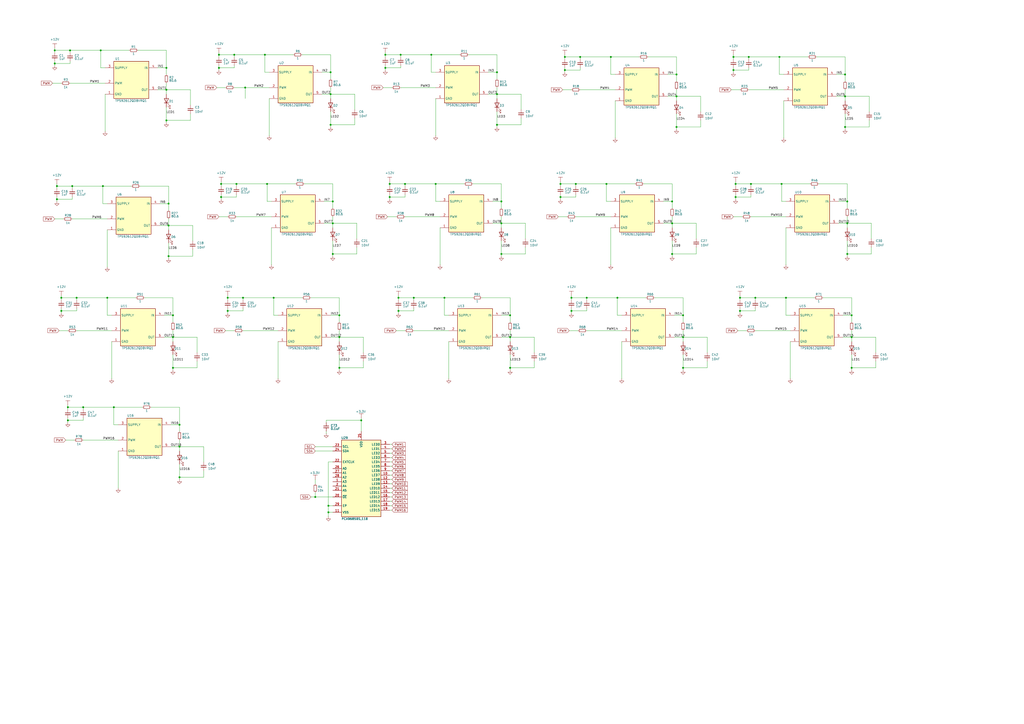
<source format=kicad_sch>
(kicad_sch (version 20250114) (generator "eeschema") (generator_version "9.0")
  (paper "A2")
  (junction (at 295.91 195.58))
  (junction (at 257.81 172.72))
  (junction (at 351.79 106.68))
  (junction (at 59.69 107.95))
  (junction (at 39.37 243.84))
  (junction (at 325.12 106.68))
  (junction (at 290.83 129.54))
  (junction (at 127 31.75))
  (junction (at 104.14 246.38))
  (junction (at 389.89 147.32))
  (junction (at 232.41 31.75))
  (junction (at 288.29 72.39))
  (junction (at 392.43 55.88))
  (junction (at 455.93 172.72))
  (junction (at 104.14 276.86))
  (junction (at 392.43 73.66))
  (junction (at 97.79 130.81))
  (junction (at 250.19 31.75))
  (junction (at 389.89 116.84))
  (junction (at 193.04 129.54))
  (junction (at 223.52 31.75))
  (junction (at 96.52 69.85))
  (junction (at 223.52 39.37))
  (junction (at 209.55 243.84))
  (junction (at 35.56 180.34))
  (junction (at 142.24 50.8))
  (junction (at 97.79 148.59))
  (junction (at 100.33 213.36))
  (junction (at 494.03 182.88))
  (junction (at 491.49 116.84))
  (junction (at 104.14 259.08))
  (junction (at 358.14 172.72))
  (junction (at 290.83 116.84))
  (junction (at 231.14 172.72))
  (junction (at 154.94 106.68))
  (junction (at 96.52 52.07))
  (junction (at 396.24 213.36))
  (junction (at 234.95 106.68))
  (junction (at 100.33 182.88))
  (junction (at 396.24 182.88))
  (junction (at 426.72 114.3))
  (junction (at 434.34 33.02))
  (junction (at 58.42 29.21))
  (junction (at 392.43 43.18))
  (junction (at 288.29 54.61))
  (junction (at 226.06 106.68))
  (junction (at 327.66 33.02))
  (junction (at 429.26 180.34))
  (junction (at 325.12 114.3))
  (junction (at 44.45 172.72))
  (junction (at 190.5 297.18))
  (junction (at 435.61 106.68))
  (junction (at 100.33 195.58))
  (junction (at 354.33 33.02))
  (junction (at 128.27 114.3))
  (junction (at 490.22 43.18))
  (junction (at 132.08 172.72))
  (junction (at 438.15 172.72))
  (junction (at 331.47 172.72))
  (junction (at 425.45 33.02))
  (junction (at 429.26 172.72))
  (junction (at 425.45 40.64))
  (junction (at 132.08 180.34))
  (junction (at 396.24 195.58))
  (junction (at 226.06 114.3))
  (junction (at 158.75 172.72))
  (junction (at 66.04 236.22))
  (junction (at 191.77 41.91))
  (junction (at 97.79 118.11))
  (junction (at 340.36 172.72))
  (junction (at 190.5 293.37))
  (junction (at 182.88 288.29))
  (junction (at 426.72 106.68))
  (junction (at 290.83 147.32))
  (junction (at 96.52 39.37))
  (junction (at 33.02 115.57))
  (junction (at 334.01 106.68))
  (junction (at 137.16 106.68))
  (junction (at 494.03 213.36))
  (junction (at 490.22 73.66))
  (junction (at 295.91 213.36))
  (junction (at 48.26 236.22))
  (junction (at 33.02 107.95))
  (junction (at 453.39 106.68))
  (junction (at 153.67 31.75))
  (junction (at 140.97 172.72))
  (junction (at 128.27 106.68))
  (junction (at 35.56 172.72))
  (junction (at 490.22 55.88))
  (junction (at 196.85 213.36))
  (junction (at 252.73 106.68))
  (junction (at 240.03 172.72))
  (junction (at 193.04 116.84))
  (junction (at 327.66 40.64))
  (junction (at 191.77 54.61))
  (junction (at 494.03 195.58))
  (junction (at 135.89 31.75))
  (junction (at 39.37 236.22))
  (junction (at 288.29 41.91))
  (junction (at 41.91 107.95))
  (junction (at 31.75 36.83))
  (junction (at 336.55 33.02))
  (junction (at 231.14 180.34))
  (junction (at 191.77 72.39))
  (junction (at 491.49 129.54))
  (junction (at 196.85 195.58))
  (junction (at 331.47 180.34))
  (junction (at 40.64 29.21))
  (junction (at 452.12 33.02))
  (junction (at 295.91 182.88))
  (junction (at 193.04 147.32))
  (junction (at 31.75 29.21))
  (junction (at 62.23 172.72))
  (junction (at 389.89 129.54))
  (junction (at 127 39.37))
  (junction (at 196.85 182.88))
  (junction (at 491.49 147.32))
  (wire (pts (xy 31.75 36.83) (xy 31.75 38.1)))
  (wire (pts (xy 302.26 63.5) (xy 302.26 54.61)))
  (wire (pts (xy 95.25 195.58) (xy 100.33 195.58)))
  (wire (pts (xy 227.33 293.37) (xy 226.06 293.37)))
  (wire (pts (xy 39.37 243.84) (xy 39.37 245.11)))
  (wire (pts (xy 205.74 63.5) (xy 205.74 54.61)))
  (wire (pts (xy 252.73 106.68) (xy 252.73 116.84)))
  (wire (pts (xy 288.29 72.39) (xy 302.26 72.39)))
  (wire (pts (xy 331.47 172.72) (xy 340.36 172.72)))
  (wire (pts (xy 425.45 39.37) (xy 425.45 40.64)))
  (wire (pts (xy 491.49 129.54) (xy 491.49 125.73)))
  (wire (pts (xy 182.88 288.29) (xy 193.04 288.29)))
  (wire (pts (xy 410.21 204.47) (xy 410.21 195.58)))
  (wire (pts (xy 35.56 180.34) (xy 44.45 180.34)))
  (wire (pts (xy 426.72 114.3) (xy 435.61 114.3)))
  (wire (pts (xy 158.75 182.88) (xy 161.29 182.88)))
  (wire (pts (xy 48.26 255.27) (xy 68.58 255.27)))
  (wire (pts (xy 227.33 273.05) (xy 226.06 273.05)))
  (wire (pts (xy 78.74 172.72) (xy 62.23 172.72)))
  (wire (pts (xy 392.43 33.02) (xy 392.43 43.18)))
  (wire (pts (xy 114.3 213.36) (xy 114.3 209.55)))
  (wire (pts (xy 190.5 297.18) (xy 190.5 299.72)))
  (wire (pts (xy 96.52 39.37) (xy 96.52 43.18)))
  (wire (pts (xy 494.03 195.58) (xy 494.03 198.12)))
  (wire (pts (xy 469.9 106.68) (xy 453.39 106.68)))
  (wire (pts (xy 290.83 195.58) (xy 295.91 195.58)))
  (wire (pts (xy 434.34 52.07) (xy 454.66 52.07)))
  (wire (pts (xy 39.37 237.49) (xy 39.37 236.22)))
  (wire (pts (xy 157.48 132.08) (xy 157.48 153.67)))
  (wire (pts (xy 429.26 172.72) (xy 438.15 172.72)))
  (wire (pts (xy 207.01 138.43) (xy 207.01 129.54)))
  (wire (pts (xy 494.03 205.74) (xy 494.03 213.36)))
  (wire (pts (xy 191.77 54.61) (xy 191.77 50.8)))
  (wire (pts (xy 193.04 293.37) (xy 190.5 293.37)))
  (wire (pts (xy 35.56 171.45) (xy 35.56 172.72)))
  (wire (pts (xy 290.83 116.84) (xy 290.83 120.65)))
  (wire (pts (xy 389.89 147.32) (xy 389.89 148.59)))
  (wire (pts (xy 104.14 259.08) (xy 104.14 261.62)))
  (wire (pts (xy 494.03 213.36) (xy 508 213.36)))
  (wire (pts (xy 454.66 58.42) (xy 454.66 80.01)))
  (wire (pts (xy 62.23 172.72) (xy 62.23 182.88)))
  (wire (pts (xy 127 31.75) (xy 135.89 31.75)))
  (wire (pts (xy 452.12 43.18) (xy 454.66 43.18)))
  (wire (pts (xy 226.06 107.95) (xy 226.06 106.68)))
  (wire (pts (xy 331.47 171.45) (xy 331.47 172.72)))
  (wire (pts (xy 100.33 195.58) (xy 114.3 195.58)))
  (wire (pts (xy 33.02 109.22) (xy 33.02 107.95)))
  (wire (pts (xy 290.83 129.54) (xy 290.83 132.08)))
  (wire (pts (xy 127 39.37) (xy 135.89 39.37)))
  (wire (pts (xy 100.33 213.36) (xy 100.33 214.63)))
  (wire (pts (xy 82.55 236.22) (xy 66.04 236.22)))
  (wire (pts (xy 389.89 129.54) (xy 389.89 132.08)))
  (wire (pts (xy 104.14 276.86) (xy 118.11 276.86)))
  (wire (pts (xy 226.06 114.3) (xy 226.06 115.57)))
  (wire (pts (xy 187.96 116.84) (xy 193.04 116.84)))
  (wire (pts (xy 58.42 29.21) (xy 58.42 39.37)))
  (wire (pts (xy 234.95 125.73) (xy 255.27 125.73)))
  (wire (pts (xy 95.25 182.88) (xy 100.33 182.88)))
  (wire (pts (xy 35.56 172.72) (xy 44.45 172.72)))
  (wire (pts (xy 240.03 180.34) (xy 240.03 179.07)))
  (wire (pts (xy 330.2 191.77) (xy 335.28 191.77)))
  (wire (pts (xy 189.23 250.19) (xy 189.23 251.46)))
  (wire (pts (xy 92.71 118.11) (xy 97.79 118.11)))
  (wire (pts (xy 490.22 33.02) (xy 490.22 43.18)))
  (wire (pts (xy 406.4 64.77) (xy 406.4 55.88)))
  (wire (pts (xy 44.45 172.72) (xy 44.45 173.99)))
  (wire (pts (xy 96.52 52.07) (xy 110.49 52.07)))
  (wire (pts (xy 193.04 147.32) (xy 193.04 148.59)))
  (wire (pts (xy 403.86 147.32) (xy 403.86 143.51)))
  (wire (pts (xy 190.5 293.37) (xy 190.5 297.18)))
  (wire (pts (xy 110.49 69.85) (xy 110.49 66.04)))
  (wire (pts (xy 91.44 52.07) (xy 96.52 52.07)))
  (wire (pts (xy 290.83 147.32) (xy 304.8 147.32)))
  (wire (pts (xy 429.26 180.34) (xy 438.15 180.34)))
  (wire (pts (xy 295.91 172.72) (xy 295.91 182.88)))
  (wire (pts (xy 226.06 113.03) (xy 226.06 114.3)))
  (wire (pts (xy 356.87 58.42) (xy 356.87 80.01)))
  (wire (pts (xy 91.44 39.37) (xy 96.52 39.37)))
  (wire (pts (xy 232.41 50.8) (xy 252.73 50.8)))
  (wire (pts (xy 505.46 147.32) (xy 505.46 143.51)))
  (wire (pts (xy 100.33 195.58) (xy 100.33 198.12)))
  (wire (pts (xy 491.49 106.68) (xy 491.49 116.84)))
  (wire (pts (xy 490.22 66.04) (xy 490.22 73.66)))
  (wire (pts (xy 209.55 243.84) (xy 209.55 250.19)))
  (wire (pts (xy 438.15 191.77) (xy 458.47 191.77)))
  (wire (pts (xy 309.88 204.47) (xy 309.88 195.58)))
  (wire (pts (xy 118.11 267.97) (xy 118.11 259.08)))
  (wire (pts (xy 186.69 54.61) (xy 191.77 54.61)))
  (wire (pts (xy 257.81 172.72) (xy 240.03 172.72)))
  (wire (pts (xy 358.14 172.72) (xy 358.14 182.88)))
  (wire (pts (xy 325.12 114.3) (xy 334.01 114.3)))
  (wire (pts (xy 290.83 129.54) (xy 304.8 129.54)))
  (wire (pts (xy 488.95 182.88) (xy 494.03 182.88)))
  (wire (pts (xy 252.73 116.84) (xy 255.27 116.84)))
  (wire (pts (xy 231.14 179.07) (xy 231.14 180.34)))
  (wire (pts (xy 491.49 139.7) (xy 491.49 147.32)))
  (wire (pts (xy 227.33 270.51) (xy 226.06 270.51)))
  (wire (pts (xy 224.79 125.73) (xy 229.87 125.73)))
  (wire (pts (xy 257.81 172.72) (xy 257.81 182.88)))
  (wire (pts (xy 154.94 106.68) (xy 137.16 106.68)))
  (wire (pts (xy 111.76 148.59) (xy 111.76 144.78)))
  (wire (pts (xy 392.43 43.18) (xy 392.43 46.99)))
  (wire (pts (xy 429.26 171.45) (xy 429.26 172.72)))
  (wire (pts (xy 485.14 43.18) (xy 490.22 43.18)))
  (wire (pts (xy 118.11 276.86) (xy 118.11 273.05)))
  (wire (pts (xy 392.43 73.66) (xy 392.43 74.93)))
  (wire (pts (xy 96.52 69.85) (xy 96.52 71.12)))
  (wire (pts (xy 137.16 125.73) (xy 157.48 125.73)))
  (wire (pts (xy 156.21 57.15) (xy 156.21 78.74)))
  (wire (pts (xy 295.91 213.36) (xy 309.88 213.36)))
  (wire (pts (xy 180.34 288.29) (xy 182.88 288.29)))
  (wire (pts (xy 491.49 147.32) (xy 491.49 148.59)))
  (wire (pts (xy 389.89 139.7) (xy 389.89 147.32)))
  (wire (pts (xy 153.67 31.75) (xy 153.67 41.91)))
  (wire (pts (xy 426.72 113.03) (xy 426.72 114.3)))
  (wire (pts (xy 39.37 243.84) (xy 48.26 243.84)))
  (wire (pts (xy 505.46 138.43) (xy 505.46 129.54)))
  (wire (pts (xy 193.04 106.68) (xy 193.04 116.84)))
  (wire (pts (xy 132.08 180.34) (xy 132.08 181.61)))
  (wire (pts (xy 154.94 116.84) (xy 157.48 116.84)))
  (wire (pts (xy 379.73 172.72) (xy 396.24 172.72)))
  (wire (pts (xy 325.12 113.03) (xy 325.12 114.3)))
  (wire (pts (xy 255.27 132.08) (xy 255.27 153.67)))
  (wire (pts (xy 288.29 31.75) (xy 288.29 41.91)))
  (wire (pts (xy 340.36 191.77) (xy 360.68 191.77)))
  (wire (pts (xy 455.93 172.72) (xy 438.15 172.72)))
  (wire (pts (xy 100.33 213.36) (xy 114.3 213.36)))
  (wire (pts (xy 327.66 31.75) (xy 327.66 33.02)))
  (wire (pts (xy 58.42 29.21) (xy 40.64 29.21)))
  (wire (pts (xy 490.22 43.18) (xy 490.22 46.99)))
  (wire (pts (xy 62.23 182.88) (xy 64.77 182.88)))
  (wire (pts (xy 358.14 182.88) (xy 360.68 182.88)))
  (wire (pts (xy 227.33 295.91) (xy 226.06 295.91)))
  (wire (pts (xy 288.29 54.61) (xy 288.29 57.15)))
  (wire (pts (xy 234.95 106.68) (xy 234.95 107.95)))
  (wire (pts (xy 97.79 130.81) (xy 97.79 133.35)))
  (wire (pts (xy 104.14 259.08) (xy 118.11 259.08)))
  (wire (pts (xy 104.14 259.08) (xy 104.14 255.27)))
  (wire (pts (xy 295.91 182.88) (xy 295.91 186.69)))
  (wire (pts (xy 473.71 33.02) (xy 490.22 33.02)))
  (wire (pts (xy 104.14 269.24) (xy 104.14 276.86)))
  (wire (pts (xy 485.14 55.88) (xy 490.22 55.88)))
  (wire (pts (xy 266.7 31.75) (xy 250.19 31.75)))
  (wire (pts (xy 196.85 213.36) (xy 196.85 214.63)))
  (wire (pts (xy 190.5 297.18) (xy 193.04 297.18)))
  (wire (pts (xy 252.73 106.68) (xy 234.95 106.68)))
  (wire (pts (xy 104.14 276.86) (xy 104.14 278.13)))
  (wire (pts (xy 392.43 73.66) (xy 406.4 73.66)))
  (wire (pts (xy 327.66 40.64) (xy 336.55 40.64)))
  (wire (pts (xy 295.91 195.58) (xy 309.88 195.58)))
  (wire (pts (xy 100.33 182.88) (xy 100.33 186.69)))
  (wire (pts (xy 66.04 236.22) (xy 66.04 246.38)))
  (wire (pts (xy 424.18 52.07) (xy 429.26 52.07)))
  (wire (pts (xy 128.27 107.95) (xy 128.27 106.68)))
  (wire (pts (xy 396.24 195.58) (xy 396.24 191.77)))
  (wire (pts (xy 191.77 72.39) (xy 205.74 72.39)))
  (wire (pts (xy 191.77 54.61) (xy 191.77 57.15)))
  (wire (pts (xy 340.36 172.72) (xy 340.36 173.99)))
  (wire (pts (xy 227.33 265.43) (xy 226.06 265.43)))
  (wire (pts (xy 223.52 30.48) (xy 223.52 31.75)))
  (wire (pts (xy 410.21 213.36) (xy 410.21 209.55)))
  (wire (pts (xy 127 33.02) (xy 127 31.75)))
  (wire (pts (xy 96.52 52.07) (xy 96.52 54.61)))
  (wire (pts (xy 175.26 31.75) (xy 191.77 31.75)))
  (wire (pts (xy 504.19 64.77) (xy 504.19 55.88)))
  (wire (pts (xy 31.75 36.83) (xy 40.64 36.83)))
  (wire (pts (xy 92.71 130.81) (xy 97.79 130.81)))
  (wire (pts (xy 295.91 195.58) (xy 295.91 198.12)))
  (wire (pts (xy 288.29 54.61) (xy 302.26 54.61)))
  (wire (pts (xy 425.45 125.73) (xy 430.53 125.73)))
  (wire (pts (xy 290.83 129.54) (xy 290.83 125.73)))
  (wire (pts (xy 58.42 39.37) (xy 60.96 39.37)))
  (wire (pts (xy 368.3 106.68) (xy 351.79 106.68)))
  (wire (pts (xy 97.79 130.81) (xy 111.76 130.81)))
  (wire (pts (xy 96.52 69.85) (xy 110.49 69.85)))
  (wire (pts (xy 285.75 129.54) (xy 290.83 129.54)))
  (wire (pts (xy 250.19 41.91) (xy 252.73 41.91)))
  (wire (pts (xy 283.21 54.61) (xy 288.29 54.61)))
  (wire (pts (xy 128.27 114.3) (xy 128.27 115.57)))
  (wire (pts (xy 231.14 180.34) (xy 240.03 180.34)))
  (wire (pts (xy 288.29 72.39) (xy 288.29 73.66)))
  (wire (pts (xy 30.48 48.26) (xy 35.56 48.26)))
  (wire (pts (xy 222.25 50.8) (xy 227.33 50.8)))
  (wire (pts (xy 154.94 106.68) (xy 154.94 116.84)))
  (wire (pts (xy 396.24 195.58) (xy 410.21 195.58)))
  (wire (pts (xy 453.39 106.68) (xy 435.61 106.68)))
  (wire (pts (xy 458.47 198.12) (xy 458.47 219.71)))
  (wire (pts (xy 196.85 172.72) (xy 196.85 182.88)))
  (wire (pts (xy 295.91 213.36) (xy 295.91 214.63)))
  (wire (pts (xy 331.47 180.34) (xy 331.47 181.61)))
  (wire (pts (xy 288.29 54.61) (xy 288.29 50.8)))
  (wire (pts (xy 31.75 29.21) (xy 40.64 29.21)))
  (wire (pts (xy 196.85 182.88) (xy 196.85 186.69)))
  (wire (pts (xy 127 125.73) (xy 132.08 125.73)))
  (wire (pts (xy 59.69 118.11) (xy 62.23 118.11)))
  (wire (pts (xy 494.03 213.36) (xy 494.03 214.63)))
  (wire (pts (xy 40.64 29.21) (xy 40.64 30.48)))
  (wire (pts (xy 491.49 129.54) (xy 505.46 129.54)))
  (wire (pts (xy 35.56 173.99) (xy 35.56 172.72)))
  (wire (pts (xy 326.39 52.07) (xy 331.47 52.07)))
  (wire (pts (xy 205.74 72.39) (xy 205.74 68.58)))
  (wire (pts (xy 33.02 106.68) (xy 33.02 107.95)))
  (wire (pts (xy 336.55 40.64) (xy 336.55 39.37)))
  (wire (pts (xy 226.06 106.68) (xy 234.95 106.68)))
  (wire (pts (xy 80.01 29.21) (xy 96.52 29.21)))
  (wire (pts (xy 425.45 33.02) (xy 434.34 33.02)))
  (wire (pts (xy 48.26 236.22) (xy 48.26 237.49)))
  (wire (pts (xy 327.66 39.37) (xy 327.66 40.64)))
  (wire (pts (xy 227.33 260.35) (xy 226.06 260.35)))
  (wire (pts (xy 153.67 31.75) (xy 135.89 31.75)))
  (wire (pts (xy 60.96 54.61) (xy 60.96 76.2)))
  (wire (pts (xy 41.91 127) (xy 62.23 127)))
  (wire (pts (xy 210.82 204.47) (xy 210.82 195.58)))
  (wire (pts (xy 426.72 105.41) (xy 426.72 106.68)))
  (wire (pts (xy 33.02 115.57) (xy 33.02 116.84)))
  (wire (pts (xy 387.35 55.88) (xy 392.43 55.88)))
  (wire (pts (xy 110.49 60.96) (xy 110.49 52.07)))
  (wire (pts (xy 504.19 73.66) (xy 504.19 69.85)))
  (wire (pts (xy 373.38 106.68) (xy 389.89 106.68)))
  (wire (pts (xy 403.86 138.43) (xy 403.86 129.54)))
  (wire (pts (xy 104.14 246.38) (xy 104.14 250.19)))
  (wire (pts (xy 252.73 57.15) (xy 252.73 78.74)))
  (wire (pts (xy 128.27 113.03) (xy 128.27 114.3)))
  (wire (pts (xy 81.28 107.95) (xy 97.79 107.95)))
  (wire (pts (xy 491.49 129.54) (xy 491.49 132.08)))
  (wire (pts (xy 142.24 50.8) (xy 156.21 50.8)))
  (wire (pts (xy 193.04 147.32) (xy 207.01 147.32)))
  (wire (pts (xy 59.69 107.95) (xy 59.69 118.11)))
  (wire (pts (xy 193.04 129.54) (xy 193.04 125.73)))
  (wire (pts (xy 269.24 106.68) (xy 252.73 106.68)))
  (wire (pts (xy 135.89 50.8) (xy 142.24 50.8)))
  (wire (pts (xy 426.72 106.68) (xy 435.61 106.68)))
  (wire (pts (xy 391.16 195.58) (xy 396.24 195.58)))
  (wire (pts (xy 452.12 33.02) (xy 434.34 33.02)))
  (wire (pts (xy 31.75 27.94) (xy 31.75 29.21)))
  (wire (pts (xy 240.03 172.72) (xy 240.03 173.99)))
  (wire (pts (xy 396.24 213.36) (xy 410.21 213.36)))
  (wire (pts (xy 189.23 245.11) (xy 189.23 243.84)))
  (wire (pts (xy 193.04 129.54) (xy 207.01 129.54)))
  (wire (pts (xy 334.01 106.68) (xy 334.01 107.95)))
  (wire (pts (xy 325.12 107.95) (xy 325.12 106.68)))
  (wire (pts (xy 227.33 285.75) (xy 226.06 285.75)))
  (wire (pts (xy 62.23 133.35) (xy 62.23 154.94)))
  (wire (pts (xy 41.91 107.95) (xy 41.91 109.22)))
  (wire (pts (xy 486.41 116.84) (xy 491.49 116.84)))
  (wire (pts (xy 434.34 40.64) (xy 434.34 39.37)))
  (wire (pts (xy 302.26 72.39) (xy 302.26 68.58)))
  (wire (pts (xy 111.76 139.7) (xy 111.76 130.81)))
  (wire (pts (xy 375.92 33.02) (xy 392.43 33.02)))
  (wire (pts (xy 193.04 139.7) (xy 193.04 147.32)))
  (wire (pts (xy 472.44 172.72) (xy 455.93 172.72)))
  (wire (pts (xy 304.8 147.32) (xy 304.8 143.51)))
  (wire (pts (xy 288.29 64.77) (xy 288.29 72.39)))
  (wire (pts (xy 223.52 39.37) (xy 223.52 40.64)))
  (wire (pts (xy 38.1 255.27) (xy 43.18 255.27)))
  (wire (pts (xy 227.33 290.83) (xy 226.06 290.83)))
  (wire (pts (xy 486.41 129.54) (xy 491.49 129.54)))
  (wire (pts (xy 31.75 30.48) (xy 31.75 29.21)))
  (wire (pts (xy 309.88 209.55) (xy 309.88 213.36)))
  (wire (pts (xy 508 204.47) (xy 508 195.58)))
  (wire (pts (xy 227.33 267.97) (xy 226.06 267.97)))
  (wire (pts (xy 494.03 182.88) (xy 494.03 186.69)))
  (wire (pts (xy 360.68 198.12) (xy 360.68 219.71)))
  (wire (pts (xy 494.03 195.58) (xy 494.03 191.77)))
  (wire (pts (xy 274.32 172.72) (xy 257.81 172.72)))
  (wire (pts (xy 452.12 33.02) (xy 452.12 43.18)))
  (wire (pts (xy 132.08 180.34) (xy 140.97 180.34)))
  (wire (pts (xy 193.04 267.97) (xy 190.5 267.97)))
  (wire (pts (xy 140.97 191.77) (xy 161.29 191.77)))
  (wire (pts (xy 271.78 31.75) (xy 288.29 31.75)))
  (wire (pts (xy 130.81 191.77) (xy 135.89 191.77)))
  (wire (pts (xy 137.16 114.3) (xy 137.16 113.03)))
  (wire (pts (xy 187.96 129.54) (xy 193.04 129.54)))
  (wire (pts (xy 491.49 147.32) (xy 505.46 147.32)))
  (wire (pts (xy 97.79 148.59) (xy 97.79 149.86)))
  (wire (pts (xy 31.75 35.56) (xy 31.75 36.83)))
  (wire (pts (xy 182.88 259.08) (xy 193.04 259.08)))
  (wire (pts (xy 232.41 31.75) (xy 232.41 33.02)))
  (wire (pts (xy 74.93 29.21) (xy 58.42 29.21)))
  (wire (pts (xy 33.02 114.3) (xy 33.02 115.57)))
  (wire (pts (xy 175.26 172.72) (xy 158.75 172.72)))
  (wire (pts (xy 99.06 246.38) (xy 104.14 246.38)))
  (wire (pts (xy 231.14 171.45) (xy 231.14 172.72)))
  (wire (pts (xy 406.4 73.66) (xy 406.4 69.85)))
  (wire (pts (xy 132.08 179.07) (xy 132.08 180.34)))
  (wire (pts (xy 490.22 55.88) (xy 490.22 58.42)))
  (wire (pts (xy 304.8 138.43) (xy 304.8 129.54)))
  (wire (pts (xy 196.85 195.58) (xy 210.82 195.58)))
  (wire (pts (xy 468.63 33.02) (xy 452.12 33.02)))
  (wire (pts (xy 31.75 127) (xy 36.83 127)))
  (wire (pts (xy 389.89 116.84) (xy 389.89 120.65)))
  (wire (pts (xy 279.4 172.72) (xy 295.91 172.72)))
  (wire (pts (xy 191.77 54.61) (xy 205.74 54.61)))
  (wire (pts (xy 226.06 114.3) (xy 234.95 114.3)))
  (wire (pts (xy 189.23 243.84) (xy 209.55 243.84)))
  (wire (pts (xy 396.24 195.58) (xy 396.24 198.12)))
  (wire (pts (xy 99.06 259.08) (xy 104.14 259.08)))
  (wire (pts (xy 210.82 213.36) (xy 210.82 209.55)))
  (wire (pts (xy 191.77 72.39) (xy 191.77 73.66)))
  (wire (pts (xy 193.04 116.84) (xy 193.04 120.65)))
  (wire (pts (xy 191.77 41.91) (xy 191.77 45.72)))
  (wire (pts (xy 96.52 29.21) (xy 96.52 39.37)))
  (wire (pts (xy 227.33 278.13) (xy 226.06 278.13)))
  (wire (pts (xy 474.98 106.68) (xy 491.49 106.68)))
  (wire (pts (xy 127 30.48) (xy 127 31.75)))
  (wire (pts (xy 191.77 195.58) (xy 196.85 195.58)))
  (wire (pts (xy 354.33 33.02) (xy 336.55 33.02)))
  (wire (pts (xy 40.64 36.83) (xy 40.64 35.56)))
  (wire (pts (xy 490.22 73.66) (xy 504.19 73.66)))
  (wire (pts (xy 325.12 106.68) (xy 334.01 106.68)))
  (wire (pts (xy 425.45 34.29) (xy 425.45 33.02)))
  (wire (pts (xy 104.14 236.22) (xy 104.14 246.38)))
  (wire (pts (xy 508 213.36) (xy 508 209.55)))
  (wire (pts (xy 396.24 205.74) (xy 396.24 213.36)))
  (wire (pts (xy 370.84 33.02) (xy 354.33 33.02)))
  (wire (pts (xy 140.97 180.34) (xy 140.97 179.07)))
  (wire (pts (xy 186.69 41.91) (xy 191.77 41.91)))
  (wire (pts (xy 429.26 173.99) (xy 429.26 172.72)))
  (wire (pts (xy 389.89 129.54) (xy 389.89 125.73)))
  (wire (pts (xy 455.93 132.08) (xy 455.93 153.67)))
  (wire (pts (xy 327.66 34.29) (xy 327.66 33.02)))
  (wire (pts (xy 290.83 182.88) (xy 295.91 182.88)))
  (wire (pts (xy 240.03 191.77) (xy 260.35 191.77)))
  (wire (pts (xy 231.14 173.99) (xy 231.14 172.72)))
  (wire (pts (xy 64.77 198.12) (xy 64.77 219.71)))
  (wire (pts (xy 135.89 39.37) (xy 135.89 38.1)))
  (wire (pts (xy 39.37 242.57) (xy 39.37 243.84)))
  (wire (pts (xy 33.02 115.57) (xy 41.91 115.57)))
  (wire (pts (xy 396.24 172.72) (xy 396.24 182.88)))
  (wire (pts (xy 327.66 33.02) (xy 336.55 33.02)))
  (wire (pts (xy 100.33 195.58) (xy 100.33 191.77)))
  (wire (pts (xy 35.56 179.07) (xy 35.56 180.34)))
  (wire (pts (xy 39.37 234.95) (xy 39.37 236.22)))
  (wire (pts (xy 392.43 55.88) (xy 392.43 52.07)))
  (wire (pts (xy 41.91 115.57) (xy 41.91 114.3)))
  (wire (pts (xy 453.39 106.68) (xy 453.39 116.84)))
  (wire (pts (xy 274.32 106.68) (xy 290.83 106.68)))
  (wire (pts (xy 389.89 129.54) (xy 403.86 129.54)))
  (wire (pts (xy 196.85 195.58) (xy 196.85 198.12)))
  (wire (pts (xy 158.75 172.72) (xy 140.97 172.72)))
  (wire (pts (xy 250.19 31.75) (xy 232.41 31.75)))
  (wire (pts (xy 128.27 105.41) (xy 128.27 106.68)))
  (wire (pts (xy 434.34 33.02) (xy 434.34 34.29)))
  (wire (pts (xy 132.08 173.99) (xy 132.08 172.72)))
  (wire (pts (xy 227.33 275.59) (xy 226.06 275.59)))
  (wire (pts (xy 59.69 107.95) (xy 41.91 107.95)))
  (wire (pts (xy 127 39.37) (xy 127 40.64)))
  (wire (pts (xy 231.14 172.72) (xy 240.03 172.72)))
  (wire (pts (xy 153.67 41.91) (xy 156.21 41.91)))
  (wire (pts (xy 87.63 236.22) (xy 104.14 236.22)))
  (wire (pts (xy 325.12 105.41) (xy 325.12 106.68)))
  (wire (pts (xy 384.81 116.84) (xy 389.89 116.84)))
  (wire (pts (xy 425.45 31.75) (xy 425.45 33.02)))
  (wire (pts (xy 132.08 171.45) (xy 132.08 172.72)))
  (wire (pts (xy 491.49 116.84) (xy 491.49 120.65)))
  (wire (pts (xy 455.93 182.88) (xy 458.47 182.88)))
  (wire (pts (xy 334.01 125.73) (xy 354.33 125.73)))
  (wire (pts (xy 207.01 147.32) (xy 207.01 143.51)))
  (wire (pts (xy 260.35 198.12) (xy 260.35 219.71)))
  (wire (pts (xy 209.55 242.57) (xy 209.55 243.84)))
  (wire (pts (xy 351.79 116.84) (xy 354.33 116.84)))
  (wire (pts (xy 191.77 64.77) (xy 191.77 72.39)))
  (wire (pts (xy 35.56 180.34) (xy 35.56 181.61)))
  (wire (pts (xy 389.89 147.32) (xy 403.86 147.32)))
  (wire (pts (xy 494.03 195.58) (xy 508 195.58)))
  (wire (pts (xy 331.47 173.99) (xy 331.47 172.72)))
  (wire (pts (xy 48.26 243.84) (xy 48.26 242.57)))
  (wire (pts (xy 435.61 106.68) (xy 435.61 107.95)))
  (wire (pts (xy 40.64 48.26) (xy 60.96 48.26)))
  (wire (pts (xy 391.16 182.88) (xy 396.24 182.88)))
  (wire (pts (xy 170.18 31.75) (xy 153.67 31.75)))
  (wire (pts (xy 176.53 106.68) (xy 193.04 106.68)))
  (wire (pts (xy 128.27 114.3) (xy 137.16 114.3)))
  (wire (pts (xy 97.79 140.97) (xy 97.79 148.59)))
  (wire (pts (xy 137.16 106.68) (xy 137.16 107.95)))
  (wire (pts (xy 161.29 198.12) (xy 161.29 219.71)))
  (wire (pts (xy 223.52 33.02) (xy 223.52 31.75)))
  (wire (pts (xy 384.81 129.54) (xy 389.89 129.54)))
  (wire (pts (xy 127 38.1) (xy 127 39.37)))
  (wire (pts (xy 62.23 172.72) (xy 44.45 172.72)))
  (wire (pts (xy 435.61 125.73) (xy 455.93 125.73)))
  (wire (pts (xy 97.79 148.59) (xy 111.76 148.59)))
  (wire (pts (xy 226.06 105.41) (xy 226.06 106.68)))
  (wire (pts (xy 429.26 180.34) (xy 429.26 181.61)))
  (wire (pts (xy 427.99 191.77) (xy 433.07 191.77)))
  (wire (pts (xy 34.29 191.77) (xy 39.37 191.77)))
  (wire (pts (xy 223.52 39.37) (xy 232.41 39.37)))
  (wire (pts (xy 97.79 130.81) (xy 97.79 127)))
  (wire (pts (xy 290.83 106.68) (xy 290.83 116.84)))
  (wire (pts (xy 354.33 33.02) (xy 354.33 43.18)))
  (wire (pts (xy 290.83 147.32) (xy 290.83 148.59)))
  (wire (pts (xy 96.52 62.23) (xy 96.52 69.85)))
  (wire (pts (xy 351.79 106.68) (xy 334.01 106.68)))
  (wire (pts (xy 490.22 55.88) (xy 504.19 55.88)))
  (wire (pts (xy 425.45 40.64) (xy 425.45 41.91)))
  (wire (pts (xy 490.22 73.66) (xy 490.22 74.93)))
  (wire (pts (xy 374.65 172.72) (xy 358.14 172.72)))
  (wire (pts (xy 44.45 191.77) (xy 64.77 191.77)))
  (wire (pts (xy 438.15 180.34) (xy 438.15 179.07)))
  (wire (pts (xy 387.35 43.18) (xy 392.43 43.18)))
  (wire (pts (xy 234.95 114.3) (xy 234.95 113.03)))
  (wire (pts (xy 97.79 118.11) (xy 97.79 121.92)))
  (wire (pts (xy 142.24 50.8) (xy 142.24 57.15)))
  (wire (pts (xy 290.83 139.7) (xy 290.83 147.32)))
  (wire (pts (xy 389.89 106.68) (xy 389.89 116.84)))
  (wire (pts (xy 288.29 41.91) (xy 288.29 45.72)))
  (wire (pts (xy 227.33 257.81) (xy 226.06 257.81)))
  (wire (pts (xy 223.52 31.75) (xy 232.41 31.75)))
  (wire (pts (xy 285.75 116.84) (xy 290.83 116.84)))
  (wire (pts (xy 257.81 182.88) (xy 260.35 182.88)))
  (wire (pts (xy 227.33 262.89) (xy 226.06 262.89)))
  (wire (pts (xy 435.61 114.3) (xy 435.61 113.03)))
  (wire (pts (xy 83.82 172.72) (xy 100.33 172.72)))
  (wire (pts (xy 351.79 106.68) (xy 351.79 116.84)))
  (wire (pts (xy 193.04 129.54) (xy 193.04 132.08)))
  (wire (pts (xy 325.12 114.3) (xy 325.12 115.57)))
  (wire (pts (xy 227.33 288.29) (xy 226.06 288.29)))
  (wire (pts (xy 180.34 172.72) (xy 196.85 172.72)))
  (wire (pts (xy 438.15 172.72) (xy 438.15 173.99)))
  (wire (pts (xy 426.72 107.95) (xy 426.72 106.68)))
  (wire (pts (xy 39.37 236.22) (xy 48.26 236.22)))
  (wire (pts (xy 114.3 204.47) (xy 114.3 195.58)))
  (wire (pts (xy 227.33 280.67) (xy 226.06 280.67)))
  (wire (pts (xy 354.33 132.08) (xy 354.33 153.67)))
  (wire (pts (xy 331.47 179.07) (xy 331.47 180.34)))
  (wire (pts (xy 323.85 125.73) (xy 328.93 125.73)))
  (wire (pts (xy 477.52 172.72) (xy 494.03 172.72)))
  (wire (pts (xy 396.24 213.36) (xy 396.24 214.63)))
  (wire (pts (xy 100.33 172.72) (xy 100.33 182.88)))
  (wire (pts (xy 33.02 107.95) (xy 41.91 107.95)))
  (wire (pts (xy 182.88 285.75) (xy 182.88 288.29)))
  (wire (pts (xy 494.03 172.72) (xy 494.03 182.88)))
  (wire (pts (xy 223.52 38.1) (xy 223.52 39.37)))
  (wire (pts (xy 354.33 43.18) (xy 356.87 43.18)))
  (wire (pts (xy 158.75 172.72) (xy 158.75 182.88)))
  (wire (pts (xy 68.58 261.62) (xy 68.58 283.21)))
  (wire (pts (xy 191.77 31.75) (xy 191.77 41.91)))
  (wire (pts (xy 44.45 180.34) (xy 44.45 179.07)))
  (wire (pts (xy 100.33 205.74) (xy 100.33 213.36)))
  (wire (pts (xy 191.77 182.88) (xy 196.85 182.88)))
  (wire (pts (xy 232.41 39.37) (xy 232.41 38.1)))
  (wire (pts (xy 490.22 55.88) (xy 490.22 52.07)))
  (wire (pts (xy 392.43 66.04) (xy 392.43 73.66)))
  (wire (pts (xy 334.01 114.3) (xy 334.01 113.03)))
  (wire (pts (xy 331.47 180.34) (xy 340.36 180.34)))
  (wire (pts (xy 488.95 195.58) (xy 494.03 195.58)))
  (wire (pts (xy 392.43 55.88) (xy 392.43 58.42)))
  (wire (pts (xy 135.89 31.75) (xy 135.89 33.02)))
  (wire (pts (xy 66.04 236.22) (xy 48.26 236.22)))
  (wire (pts (xy 196.85 213.36) (xy 210.82 213.36)))
  (wire (pts (xy 250.19 31.75) (xy 250.19 41.91)))
  (wire (pts (xy 128.27 106.68) (xy 137.16 106.68)))
  (wire (pts (xy 190.5 267.97) (xy 190.5 293.37)))
  (wire (pts (xy 97.79 107.95) (xy 97.79 118.11)))
  (wire (pts (xy 229.87 191.77) (xy 234.95 191.77)))
  (wire (pts (xy 231.14 180.34) (xy 231.14 181.61)))
  (wire (pts (xy 66.04 246.38) (xy 68.58 246.38)))
  (wire (pts (xy 426.72 114.3) (xy 426.72 115.57)))
  (wire (pts (xy 76.2 107.95) (xy 59.69 107.95)))
  (wire (pts (xy 182.88 278.13) (xy 182.88 280.67)))
  (wire (pts (xy 227.33 283.21) (xy 226.06 283.21)))
  (wire (pts (xy 336.55 33.02) (xy 336.55 34.29)))
  (wire (pts (xy 455.93 172.72) (xy 455.93 182.88)))
  (wire (pts (xy 196.85 195.58) (xy 196.85 191.77)))
  (wire (pts (xy 392.43 55.88) (xy 406.4 55.88)))
  (wire (pts (xy 336.55 52.07) (xy 356.87 52.07)))
  (wire (pts (xy 132.08 172.72) (xy 140.97 172.72)))
  (wire (pts (xy 295.91 195.58) (xy 295.91 191.77)))
  (wire (pts (xy 425.45 40.64) (xy 434.34 40.64)))
  (wire (pts (xy 171.45 106.68) (xy 154.94 106.68)))
  (wire (pts (xy 453.39 116.84) (xy 455.93 116.84)))
  (wire (pts (xy 96.52 52.07) (xy 96.52 48.26)))
  (wire (pts (xy 140.97 172.72) (xy 140.97 173.99)))
  (wire (pts (xy 358.14 172.72) (xy 340.36 172.72)))
  (wire (pts (xy 125.73 50.8) (xy 130.81 50.8)))
  (wire (pts (xy 295.91 205.74) (xy 295.91 213.36)))
  (wire (pts (xy 182.88 261.62) (xy 193.04 261.62)))
  (wire (pts (xy 196.85 205.74) (xy 196.85 213.36)))
  (wire (pts (xy 396.24 182.88) (xy 396.24 186.69)))
  (wire (pts (xy 340.36 180.34) (xy 340.36 179.07)))
  (wire (pts (xy 327.66 40.64) (xy 327.66 41.91)))
  (wire (pts (xy 283.21 41.91) (xy 288.29 41.91)))
  (wire (pts (xy 429.26 179.07) (xy 429.26 180.34)))
  (label "PWM2" (at 147.32 50.8 0))
  (label "PWM15" (at 449.58 191.77 0))
  (label "IN13" (at 290.83 182.88 0))
  (label "IN12" (at 191.77 182.88 0))
  (label "IN15" (at 488.95 182.88 0))
  (label "LED13" (at 295.91 209.55 0))
  (label "LED14" (at 396.24 209.55 0))
  (label "PWM16" (at 59.69 255.27 0))
  (label "LED16" (at 104.14 273.05 0))
  (label "IN1" (at 91.44 39.37 0))
  (label "OUT1" (at 91.44 52.07 0))
  (label "IN8" (at 285.75 116.84 0))
  (label "OUT15" (at 488.95 195.58 0))
  (label "OUT9" (at 384.81 129.54 0))
  (label "IN10" (at 486.41 116.84 0))
  (label "IN7" (at 187.96 116.84 0))
  (label "IN5" (at 485.14 43.18 0))
  (label "OUT16" (at 99.06 259.08 0))
  (label "IN16" (at 99.06 246.38 0))
  (label "OUT11" (at 95.25 195.58 0))
  (label "LED1" (at 96.52 66.04 0))
  (label "PWM3" (at 243.84 50.8 0))
  (label "IN3" (at 283.21 41.91 0))
  (label "IN2" (at 186.69 41.91 0))
  (label "PWM1" (at 52.07 48.26 0))
  (label "OUT14" (at 391.16 195.58 0))
  (label "LED11" (at 100.33 209.55 0))
  (label "LED5" (at 490.22 69.85 0))
  (label "OUT10" (at 486.41 129.54 0))
  (label "PWM11" (at 55.88 191.77 0))
  (label "LED12" (at 196.85 209.55 0))
  (label "LED7" (at 193.04 143.51 0))
  (label "IN11" (at 95.25 182.88 0))
  (label "PWM12" (at 152.4 191.77 0))
  (label "OUT13" (at 290.83 195.58 0))
  (label "OUT2" (at 186.69 54.61 0))
  (label "LED8" (at 290.83 143.51 0))
  (label "OUT7" (at 187.96 129.54 0))
  (label "PWM10" (at 447.04 125.73 0))
  (label "OUT5" (at 485.14 55.88 0))
  (label "PWM13" (at 251.46 191.77 0))
  (label "IN6" (at 92.71 118.11 0))
  (label "PWM8" (at 246.38 125.73 0))
  (label "LED10" (at 491.49 143.51 0))
  (label "IN4" (at 387.35 43.18 0))
  (label "PWM7" (at 148.59 125.73 0))
  (label "PWM5" (at 445.77 52.07 0))
  (label "LED1" (at 494.03 209.55 0))
  (label "OUT12" (at 191.77 195.58 0))
  (label "LED6" (at 97.79 144.78 0))
  (label "IN9" (at 384.81 116.84 0))
  (label "LED2" (at 191.77 68.58 0))
  (label "LED4" (at 392.43 69.85 0))
  (label "LED9" (at 389.89 143.51 0))
  (label "OUT6" (at 92.71 130.81 0))
  (label "PWM6" (at 53.34 127 0))
  (label "PWM9" (at 345.44 125.73 0))
  (label "OUT8" (at 285.75 129.54 0))
  (label "OUT4" (at 387.35 55.88 0))
  (label "OUT3" (at 283.21 54.61 0))
  (label "PWM4" (at 347.98 52.07 0))
  (label "LED3" (at 288.29 68.58 0))
  (label "IN14" (at 391.16 182.88 0))
  (label "PWM14" (at 351.79 191.77 0))
  (global_label "PWM14" (shape input) (at 227.33 290.83 0) (property "Intersheetrefs" "${INTERSHEET_REFS}" (effects (hide yes))))
  (global_label "PWM6" (shape input) (at 227.33 270.51 0) (property "Intersheetrefs" "${INTERSHEET_REFS}" (effects (hide yes))))
  (global_label "PWM" (shape input) (at 34.29 191.77 180) (property "Intersheetrefs" "${INTERSHEET_REFS}" (effects (hide yes))))
  (global_label "PWM" (shape input) (at 130.81 191.77 180) (property "Intersheetrefs" "${INTERSHEET_REFS}" (effects (hide yes))))
  (global_label "PWM15" (shape input) (at 227.33 293.37 0) (property "Intersheetrefs" "${INTERSHEET_REFS}" (effects (hide yes))))
  (global_label "PWM13" (shape input) (at 227.33 288.29 0) (property "Intersheetrefs" "${INTERSHEET_REFS}" (effects (hide yes))))
  (global_label "PWM12" (shape input) (at 227.33 285.75 0) (property "Intersheetrefs" "${INTERSHEET_REFS}" (effects (hide yes))))
  (global_label "PWM1" (shape input) (at 227.33 257.81 0) (property "Intersheetrefs" "${INTERSHEET_REFS}" (effects (hide yes))))
  (global_label "PWM" (shape input) (at 38.1 255.27 180) (property "Intersheetrefs" "${INTERSHEET_REFS}" (effects (hide yes))))
  (global_label "PWM" (shape input) (at 424.18 52.07 180) (property "Intersheetrefs" "${INTERSHEET_REFS}" (effects (hide yes))))
  (global_label "PWM16" (shape input) (at 227.33 295.91 0) (property "Intersheetrefs" "${INTERSHEET_REFS}" (effects (hide yes))))
  (global_label "PWM" (shape input) (at 125.73 50.8 180) (property "Intersheetrefs" "${INTERSHEET_REFS}" (effects (hide yes))))
  (global_label "PWM8" (shape input) (at 227.33 275.59 0) (property "Intersheetrefs" "${INTERSHEET_REFS}" (effects (hide yes))))
  (global_label "SDA" (shape input) (at 182.88 261.62 180) (property "Intersheetrefs" "${INTERSHEET_REFS}" (effects (hide yes))))
  (global_label "PWM" (shape input) (at 323.85 125.73 180) (property "Intersheetrefs" "${INTERSHEET_REFS}" (effects (hide yes))))
  (global_label "PWM" (shape input) (at 330.2 191.77 180) (property "Intersheetrefs" "${INTERSHEET_REFS}" (effects (hide yes))))
  (global_label "PWM7" (shape input) (at 227.33 273.05 0) (property "Intersheetrefs" "${INTERSHEET_REFS}" (effects (hide yes))))
  (global_label "PWM" (shape input) (at 425.45 125.73 180) (property "Intersheetrefs" "${INTERSHEET_REFS}" (effects (hide yes))))
  (global_label "PWM11" (shape input) (at 227.33 283.21 0) (property "Intersheetrefs" "${INTERSHEET_REFS}" (effects (hide yes))))
  (global_label "PWM" (shape input) (at 222.25 50.8 180) (property "Intersheetrefs" "${INTERSHEET_REFS}" (effects (hide yes))))
  (global_label "PWM9" (shape input) (at 227.33 278.13 0) (property "Intersheetrefs" "${INTERSHEET_REFS}" (effects (hide yes))))
  (global_label "PWM" (shape input) (at 127 125.73 180) (property "Intersheetrefs" "${INTERSHEET_REFS}" (effects (hide yes))))
  (global_label "PWM" (shape input) (at 224.79 125.73 180) (property "Intersheetrefs" "${INTERSHEET_REFS}" (effects (hide yes))))
  (global_label "PWM5" (shape input) (at 227.33 267.97 0) (property "Intersheetrefs" "${INTERSHEET_REFS}" (effects (hide yes))))
  (global_label "PWM3" (shape input) (at 227.33 262.89 0) (property "Intersheetrefs" "${INTERSHEET_REFS}" (effects (hide yes))))
  (global_label "PWM4" (shape input) (at 227.33 265.43 0) (property "Intersheetrefs" "${INTERSHEET_REFS}" (effects (hide yes))))
  (global_label "PWM" (shape input) (at 30.48 48.26 180) (property "Intersheetrefs" "${INTERSHEET_REFS}" (effects (hide yes))))
  (global_label "PWM" (shape input) (at 326.39 52.07 180) (property "Intersheetrefs" "${INTERSHEET_REFS}" (effects (hide yes))))
  (global_label "SCL" (shape input) (at 182.88 259.08 180) (property "Intersheetrefs" "${INTERSHEET_REFS}" (effects (hide yes))))
  (global_label "PWM" (shape input) (at 229.87 191.77 180) (property "Intersheetrefs" "${INTERSHEET_REFS}" (effects (hide yes))))
  (global_label "PWM10" (shape input) (at 227.33 280.67 0) (property "Intersheetrefs" "${INTERSHEET_REFS}" (effects (hide yes))))
  (global_label "PWM2" (shape input) (at 227.33 260.35 0) (property "Intersheetrefs" "${INTERSHEET_REFS}" (effects (hide yes))))
  (global_label "PWM" (shape input) (at 427.99 191.77 180) (property "Intersheetrefs" "${INTERSHEET_REFS}" (effects (hide yes))))
  (global_label "PWM" (shape input) (at 31.75 127 180) (property "Intersheetrefs" "${INTERSHEET_REFS}" (effects (hide yes))))
  (global_label "SDA" (shape input) (at 180.34 288.29 180) (property "Intersheetrefs" "${INTERSHEET_REFS}" (effects (hide yes))))
  (symbol (lib_id "Library:LED") (at 290.83 135.89 90) (unit 1)
    (property "Reference" "D8" (at 293.624 136.144 90))
    (property "Value" "LED" (effects (hide yes)))
    (property "Footprint" "Library:GWJTLRS1EMLVL5XX531" (effects (hide yes)))
    (property "Description" "Light emitting diode" (effects (hide yes)))
    (property "Sim.Pins" "1=K 2=A" (effects (hide yes)))
  )
  (symbol (lib_id "power:GND") (at 196.85 214.63 0) (unit 1)
    (property "Reference" "#PWR040" (effects (hide yes)))
    (property "Value" "GND" (effects (hide yes)))
    (property "Description" "Power symbol creates a global label with name \"GND\" , ground" (effects (hide yes)))
  )
  (symbol (lib_id "Device:R_Small") (at 45.72 255.27 90) (unit 1)
    (property "Reference" "R78" (at 45.72 253.238 90))
    (property "Value" "1k" (at 45.72 257.556 90))
    (property "Footprint" "Resistor_SMD:R_0402_1005Metric" (effects (hide yes)))
    (property "Description" "Resistor, small symbol" (effects (hide yes)))
  )
  (symbol (lib_id "Library:LED") (at 392.43 62.23 90) (unit 1)
    (property "Reference" "D4" (at 395.224 62.484 90))
    (property "Value" "LED" (effects (hide yes)))
    (property "Footprint" "Library:GWJTLRS1EMLVL5XX531" (effects (hide yes)))
    (property "Description" "Light emitting diode" (effects (hide yes)))
    (property "Sim.Pins" "1=K 2=A" (effects (hide yes)))
  )
  (symbol (lib_id "Library:PCA9685BS,118") (at 193.04 269.24 0) (unit 1)
    (property "Reference" "U29" (at 199.898 254 0))
    (property "Value" "PCA9685BS,118" (at 205.74 300.99 0))
    (property "Footprint" "Library:QFN65P600X600X100-29N-D" (effects (hide yes)))
    (property "Datasheet" "http://www.nxp.com/docs/en/data-sheet/PCA9685.pdf" (effects (hide yes)))
    (property "Description" "NXP - PCA9685BS,118 - LED Driver, 16 Bit, I2C Bus, 12-bit PWM 24 Hz to 1526 Hz, RGBA color, 2.3 V to 5.5 V in, HVQFN-28" (effects (hide yes)))
    (property "Height" "1" (effects (hide yes)))
    (property "Manufacturer_Name" "NXP" (effects (hide yes)))
    (property "Manufacturer_Part_Number" "PCA9685BS,118" (effects (hide yes)))
    (property "Mouser Part Number" "771-PCA9685BS118" (effects (hide yes)))
    (property "Mouser Price/Stock" "https://www.mouser.co.uk/ProductDetail/NXP-Semiconductors/PCA9685BS118?qs=beN0Cyoe8Yle51zseU5uxw%3D%3D" (effects (hide yes)))
    (property "Arrow Part Number" "PCA9685BS,118" (effects (hide yes)))
    (property "Arrow Price/Stock" "https://www.arrow.com/en/products/pca9685bs118/nxp-semiconductors?utm_currency=USD&region=nac" (effects (hide yes)))
  )
  (symbol (lib_id "Device:C_Small") (at 135.89 35.56 0) (unit 1)
    (property "Reference" "C5" (at 138.43 34.798 0) (effects (justify left)))
    (property "Value" "0.1uF" (at 138.43 36.576 0) (effects (justify left)))
    (property "Footprint" "Capacitor_SMD:C_0603_1608Metric" (effects (hide yes)))
    (property "Description" "Unpolarized capacitor, small symbol" (effects (hide yes)))
  )
  (symbol (lib_id "power:GND") (at 156.21 78.74 0) (unit 1)
    (property "Reference" "#PWR0102" (effects (hide yes)))
    (property "Value" "GND" (effects (hide yes)))
    (property "Description" "Power symbol creates a global label with name \"GND\" , ground" (effects (hide yes)))
  )
  (symbol (lib_id "power:GND") (at 190.5 299.72 0) (unit 1)
    (property "Reference" "#PWR098" (effects (hide yes)))
    (property "Value" "GND" (effects (hide yes)))
    (property "Description" "Power symbol creates a global label with name \"GND\" , ground" (effects (hide yes)))
  )
  (symbol (lib_id "power:GND") (at 97.79 149.86 0) (unit 1)
    (property "Reference" "#PWR016" (effects (hide yes)))
    (property "Value" "GND" (effects (hide yes)))
    (property "Description" "Power symbol creates a global label with name \"GND\" , ground" (effects (hide yes)))
  )
  (symbol (lib_id "Library:TPS92612QDBVRQ1") (at 360.68 181.61 0) (unit 1)
    (property "Reference" "U14" (at 367.792 177.546 0))
    (property "Value" "TPS92612QDBVRQ1" (at 375.666 201.93 0))
    (property "Footprint" "Library:SOT95P280X145-5N" (effects (hide yes)))
    (property "Datasheet" "http://www.ti.com/lit/gpn/tps92612-q1" (effects (hide yes)))
    (property "Description" "Automotive Single-Channel LED Driver" (effects (hide yes)))
    (property "Height" "1.45" (effects (hide yes)))
    (property "Manufacturer_Name" "Texas Instruments" (effects (hide yes)))
    (property "Manufacturer_Part_Number" "TPS92612QDBVRQ1" (effects (hide yes)))
    (property "Mouser Part Number" "595-TPS92612QDBVRQ1" (effects (hide yes)))
    (property "Mouser Price/Stock" "https://www.mouser.co.uk/ProductDetail/Texas-Instruments/TPS92612QDBVRQ1?qs=rrS6PyfT74dIoMA9LBoZuQ%3D%3D" (effects (hide yes)))
    (property "Arrow Part Number" "TPS92612QDBVRQ1" (effects (hide yes)))
    (property "Arrow Price/Stock" "https://www.arrow.com/en/products/tps92612qdbvrq1/texas-instruments?utm_currency=USD&region=nac" (effects (hide yes)))
  )
  (symbol (lib_id "Device:R_Small") (at 389.89 123.19 0) (unit 1)
    (property "Reference" "R42" (at 391.414 122.428 0) (effects (justify left)))
    (property "Value" "80.6" (at 391.414 124.206 0) (effects (justify left)))
    (property "Footprint" "Resistor_SMD:R_1210_3225Metric" (effects (hide yes)))
    (property "Description" "Resistor, small symbol" (effects (hide yes)))
  )
  (symbol (lib_id "power:GND") (at 35.56 181.61 0) (unit 1)
    (property "Reference" "#PWR034" (effects (hide yes)))
    (property "Value" "GND" (effects (hide yes)))
    (property "Description" "Power symbol creates a global label with name \"GND\" , ground" (effects (hide yes)))
  )
  (symbol (lib_id "Device:C_Small") (at 110.49 63.5 0) (unit 1)
    (property "Reference" "C3" (at 113.03 62.2362 0) (effects (justify left)))
    (property "Value" "10nF" (at 113.03 64.7762 0) (effects (justify left)))
    (property "Footprint" "Capacitor_SMD:C_0402_1005Metric" (effects (hide yes)))
    (property "Description" "Unpolarized capacitor, small symbol" (effects (hide yes)))
  )
  (symbol (lib_id "Device:C_Small") (at 438.15 176.53 0) (unit 1)
    (property "Reference" "C44" (at 440.69 175.768 0) (effects (justify left)))
    (property "Value" "0.1uF" (at 440.69 177.546 0) (effects (justify left)))
    (property "Footprint" "Capacitor_SMD:C_0603_1608Metric" (effects (hide yes)))
    (property "Description" "Unpolarized capacitor, small symbol" (effects (hide yes)))
  )
  (symbol (lib_id "power:GND") (at 33.02 116.84 0) (unit 1)
    (property "Reference" "#PWR014" (effects (hide yes)))
    (property "Value" "GND" (effects (hide yes)))
    (property "Description" "Power symbol creates a global label with name \"GND\" , ground" (effects (hide yes)))
  )
  (symbol (lib_id "power:GND") (at 128.27 115.57 0) (unit 1)
    (property "Reference" "#PWR018" (effects (hide yes)))
    (property "Value" "GND" (effects (hide yes)))
    (property "Description" "Power symbol creates a global label with name \"GND\" , ground" (effects (hide yes)))
  )
  (symbol (lib_id "Device:C_Small") (at 33.02 111.76 0) (unit 1)
    (property "Reference" "C16" (at 35.56 110.998 0) (effects (justify left)))
    (property "Value" "1uF" (at 35.56 112.776 0) (effects (justify left)))
    (property "Footprint" "Capacitor_SMD:C_0805_2012Metric" (effects (hide yes)))
    (property "Description" "Unpolarized capacitor, small symbol" (effects (hide yes)))
  )
  (symbol (lib_id "power:GND") (at 64.77 219.71 0) (unit 1)
    (property "Reference" "#PWR035" (effects (hide yes)))
    (property "Value" "GND" (effects (hide yes)))
    (property "Description" "Power symbol creates a global label with name \"GND\" , ground" (effects (hide yes)))
  )
  (symbol (lib_id "power:GND") (at 132.08 181.61 0) (unit 1)
    (property "Reference" "#PWR038" (effects (hide yes)))
    (property "Value" "GND" (effects (hide yes)))
    (property "Description" "Power symbol creates a global label with name \"GND\" , ground" (effects (hide yes)))
  )
  (symbol (lib_id "Library:LED") (at 191.77 60.96 90) (unit 1)
    (property "Reference" "D2" (at 194.564 61.214 90))
    (property "Value" "LED" (effects (hide yes)))
    (property "Footprint" "Library:GWJTLRS1EMLVL5XX531" (effects (hide yes)))
    (property "Description" "Light emitting diode" (effects (hide yes)))
    (property "Sim.Pins" "1=K 2=A" (effects (hide yes)))
  )
  (symbol (lib_id "Library:LED") (at 288.29 60.96 90) (unit 1)
    (property "Reference" "D3" (at 291.084 61.214 90))
    (property "Value" "LED" (effects (hide yes)))
    (property "Footprint" "Library:GWJTLRS1EMLVL5XX531" (effects (hide yes)))
    (property "Description" "Light emitting diode" (effects (hide yes)))
    (property "Sim.Pins" "1=K 2=A" (effects (hide yes)))
  )
  (symbol (lib_id "Device:C_Small") (at 127 35.56 0) (unit 1)
    (property "Reference" "C4" (at 129.54 34.798 0) (effects (justify left)))
    (property "Value" "1uF" (at 129.54 36.576 0) (effects (justify left)))
    (property "Footprint" "Capacitor_SMD:C_0805_2012Metric" (effects (hide yes)))
    (property "Description" "Unpolarized capacitor, small symbol" (effects (hide yes)))
  )
  (symbol (lib_id "Device:R_Small") (at 431.8 52.07 90) (unit 1)
    (property "Reference" "R23" (at 431.8 50.038 90))
    (property "Value" "1k" (at 431.8 54.356 90))
    (property "Footprint" "Resistor_SMD:R_0402_1005Metric" (effects (hide yes)))
    (property "Description" "Resistor, small symbol" (effects (hide yes)))
  )
  (symbol (lib_id "Library:TPS92612QDBVRQ1") (at 356.87 41.91 0) (unit 1)
    (property "Reference" "U4" (at 363.982 37.846 0))
    (property "Value" "TPS92612QDBVRQ1" (at 371.856 62.23 0))
    (property "Footprint" "Library:SOT95P280X145-5N" (effects (hide yes)))
    (property "Datasheet" "http://www.ti.com/lit/gpn/tps92612-q1" (effects (hide yes)))
    (property "Description" "Automotive Single-Channel LED Driver" (effects (hide yes)))
    (property "Height" "1.45" (effects (hide yes)))
    (property "Manufacturer_Name" "Texas Instruments" (effects (hide yes)))
    (property "Manufacturer_Part_Number" "TPS92612QDBVRQ1" (effects (hide yes)))
    (property "Mouser Part Number" "595-TPS92612QDBVRQ1" (effects (hide yes)))
    (property "Mouser Price/Stock" "https://www.mouser.co.uk/ProductDetail/Texas-Instruments/TPS92612QDBVRQ1?qs=rrS6PyfT74dIoMA9LBoZuQ%3D%3D" (effects (hide yes)))
    (property "Arrow Part Number" "TPS92612QDBVRQ1" (effects (hide yes)))
    (property "Arrow Price/Stock" "https://www.arrow.com/en/products/tps92612qdbvrq1/texas-instruments?utm_currency=USD&region=nac" (effects (hide yes)))
  )
  (symbol (lib_id "power:GND") (at 100.33 214.63 0) (unit 1)
    (property "Reference" "#PWR036" (effects (hide yes)))
    (property "Value" "GND" (effects (hide yes)))
    (property "Description" "Power symbol creates a global label with name \"GND\" , ground" (effects (hide yes)))
  )
  (symbol (lib_id "power:GND") (at 455.93 153.67 0) (unit 1)
    (property "Reference" "#PWR031" (effects (hide yes)))
    (property "Value" "GND" (effects (hide yes)))
    (property "Description" "Power symbol creates a global label with name \"GND\" , ground" (effects (hide yes)))
  )
  (symbol (lib_id "Device:R_Small") (at 433.07 125.73 90) (unit 1)
    (property "Reference" "R48" (at 433.07 123.698 90))
    (property "Value" "1k" (at 433.07 128.016 90))
    (property "Footprint" "Resistor_SMD:R_0402_1005Metric" (effects (hide yes)))
    (property "Description" "Resistor, small symbol" (effects (hide yes)))
  )
  (symbol (lib_id "power:GND") (at 491.49 148.59 0) (unit 1)
    (property "Reference" "#PWR032" (effects (hide yes)))
    (property "Value" "GND" (effects (hide yes)))
    (property "Description" "Power symbol creates a global label with name \"GND\" , ground" (effects (hide yes)))
  )
  (symbol (lib_id "power:GND") (at 39.37 245.11 0) (unit 1)
    (property "Reference" "#PWR054" (effects (hide yes)))
    (property "Value" "GND" (effects (hide yes)))
    (property "Description" "Power symbol creates a global label with name \"GND\" , ground" (effects (hide yes)))
  )
  (symbol (lib_id "Device:C_Small") (at 205.74 66.04 0) (unit 1)
    (property "Reference" "C6" (at 208.28 64.7762 0) (effects (justify left)))
    (property "Value" "10nF" (at 208.28 67.3162 0) (effects (justify left)))
    (property "Footprint" "Capacitor_SMD:C_0402_1005Metric" (effects (hide yes)))
    (property "Description" "Unpolarized capacitor, small symbol" (effects (hide yes)))
  )
  (symbol (lib_id "Device:C_Small") (at 223.52 35.56 0) (unit 1)
    (property "Reference" "C7" (at 226.06 34.798 0) (effects (justify left)))
    (property "Value" "1uF" (at 226.06 36.576 0) (effects (justify left)))
    (property "Footprint" "Capacitor_SMD:C_0805_2012Metric" (effects (hide yes)))
    (property "Description" "Unpolarized capacitor, small symbol" (effects (hide yes)))
  )
  (symbol (lib_id "Device:R_Small") (at 337.82 191.77 90) (unit 1)
    (property "Reference" "R68" (at 337.82 189.738 90))
    (property "Value" "1k" (at 337.82 194.056 90))
    (property "Footprint" "Resistor_SMD:R_0402_1005Metric" (effects (hide yes)))
    (property "Description" "Resistor, small symbol" (effects (hide yes)))
  )
  (symbol (lib_id "Library:+12V") (at 132.08 171.45 0) (unit 1)
    (property "Reference" "#PWR037" (effects (hide yes)))
    (property "Value" "+12V" (at 132.08 166.37 0))
    (property "Description" "Power symbol creates a global label with name \"+3.3V\"" (effects (hide yes)))
  )
  (symbol (lib_id "Library:+12V") (at 331.47 171.45 0) (unit 1)
    (property "Reference" "#PWR045" (effects (hide yes)))
    (property "Value" "+12V" (at 331.47 166.37 0))
    (property "Description" "Power symbol creates a global label with name \"+3.3V\"" (effects (hide yes)))
  )
  (symbol (lib_id "Device:R_Small") (at 232.41 125.73 90) (unit 1)
    (property "Reference" "R38" (at 232.41 123.698 90))
    (property "Value" "1k" (at 232.41 128.016 90))
    (property "Footprint" "Resistor_SMD:R_0402_1005Metric" (effects (hide yes)))
    (property "Description" "Resistor, small symbol" (effects (hide yes)))
  )
  (symbol (lib_id "Device:C_Small") (at 111.76 142.24 0) (unit 1)
    (property "Reference" "C18" (at 114.3 140.9762 0) (effects (justify left)))
    (property "Value" "10nF" (at 114.3 143.5162 0) (effects (justify left)))
    (property "Footprint" "Capacitor_SMD:C_0402_1005Metric" (effects (hide yes)))
    (property "Description" "Unpolarized capacitor, small symbol" (effects (hide yes)))
  )
  (symbol (lib_id "Library:LED") (at 104.14 265.43 90) (unit 1)
    (property "Reference" "D16" (at 106.934 265.684 90))
    (property "Value" "LED" (effects (hide yes)))
    (property "Footprint" "Library:GWJTLRS1EMLVL5XX531" (effects (hide yes)))
    (property "Description" "Light emitting diode" (effects (hide yes)))
    (property "Sim.Pins" "1=K 2=A" (effects (hide yes)))
  )
  (symbol (lib_id "Device:C_Small") (at 39.37 240.03 0) (unit 1)
    (property "Reference" "C46" (at 41.91 239.268 0) (effects (justify left)))
    (property "Value" "1uF" (at 41.91 241.046 0) (effects (justify left)))
    (property "Footprint" "Capacitor_SMD:C_0805_2012Metric" (effects (hide yes)))
    (property "Description" "Unpolarized capacitor, small symbol" (effects (hide yes)))
  )
  (symbol (lib_id "Device:C_Small") (at 410.21 207.01 0) (unit 1)
    (property "Reference" "C42" (at 412.75 205.7462 0) (effects (justify left)))
    (property "Value" "10nF" (at 412.75 208.2862 0) (effects (justify left)))
    (property "Footprint" "Capacitor_SMD:C_0402_1005Metric" (effects (hide yes)))
    (property "Description" "Unpolarized capacitor, small symbol" (effects (hide yes)))
  )
  (symbol (lib_id "power:GND") (at 325.12 115.57 0) (unit 1)
    (property "Reference" "#PWR026" (effects (hide yes)))
    (property "Value" "GND" (effects (hide yes)))
    (property "Description" "Power symbol creates a global label with name \"GND\" , ground" (effects (hide yes)))
  )
  (symbol (lib_id "Library:LED") (at 193.04 135.89 90) (unit 1)
    (property "Reference" "D7" (at 195.834 136.144 90))
    (property "Value" "LED" (effects (hide yes)))
    (property "Footprint" "Library:GWJTLRS1EMLVL5XX531" (effects (hide yes)))
    (property "Description" "Light emitting diode" (effects (hide yes)))
    (property "Sim.Pins" "1=K 2=A" (effects (hide yes)))
  )
  (symbol (lib_id "Device:R_Small") (at 373.38 33.02 90) (unit 1)
    (property "Reference" "R16" (at 373.38 30.988 90))
    (property "Value" "1" (at 373.38 35.052 90))
    (property "Footprint" "Resistor_SMD:R_0402_1005Metric" (effects (hide yes)))
    (property "Description" "Resistor, small symbol" (effects (hide yes)))
  )
  (symbol (lib_id "Library:TPS92612QDBVRQ1") (at 454.66 41.91 0) (unit 1)
    (property "Reference" "U5" (at 461.772 37.846 0))
    (property "Value" "TPS92612QDBVRQ1" (at 469.646 62.23 0))
    (property "Footprint" "Library:SOT95P280X145-5N" (effects (hide yes)))
    (property "Datasheet" "http://www.ti.com/lit/gpn/tps92612-q1" (effects (hide yes)))
    (property "Description" "Automotive Single-Channel LED Driver" (effects (hide yes)))
    (property "Height" "1.45" (effects (hide yes)))
    (property "Manufacturer_Name" "Texas Instruments" (effects (hide yes)))
    (property "Manufacturer_Part_Number" "TPS92612QDBVRQ1" (effects (hide yes)))
    (property "Mouser Part Number" "595-TPS92612QDBVRQ1" (effects (hide yes)))
    (property "Mouser Price/Stock" "https://www.mouser.co.uk/ProductDetail/Texas-Instruments/TPS92612QDBVRQ1?qs=rrS6PyfT74dIoMA9LBoZuQ%3D%3D" (effects (hide yes)))
    (property "Arrow Part Number" "TPS92612QDBVRQ1" (effects (hide yes)))
    (property "Arrow Price/Stock" "https://www.arrow.com/en/products/tps92612qdbvrq1/texas-instruments?utm_currency=USD&region=nac" (effects (hide yes)))
  )
  (symbol (lib_id "Device:R_Small") (at 96.52 45.72 0) (unit 1)
    (property "Reference" "R2" (at 98.044 44.958 0) (effects (justify left)))
    (property "Value" "80.6" (at 98.044 46.736 0) (effects (justify left)))
    (property "Footprint" "Resistor_SMD:R_1210_3225Metric" (effects (hide yes)))
    (property "Description" "Resistor, small symbol" (effects (hide yes)))
  )
  (symbol (lib_id "Device:R_Small") (at 472.44 106.68 90) (unit 1)
    (property "Reference" "R46" (at 472.44 104.648 90))
    (property "Value" "1" (at 472.44 108.712 90))
    (property "Footprint" "Resistor_SMD:R_0402_1005Metric" (effects (hide yes)))
    (property "Description" "Resistor, small symbol" (effects (hide yes)))
  )
  (symbol (lib_id "Device:R_Small") (at 134.62 125.73 90) (unit 1)
    (property "Reference" "R33" (at 134.62 123.698 90))
    (property "Value" "1k" (at 134.62 128.016 90))
    (property "Footprint" "Resistor_SMD:R_0402_1005Metric" (effects (hide yes)))
    (property "Description" "Resistor, small symbol" (effects (hide yes)))
  )
  (symbol (lib_id "Device:C_Small") (at 429.26 176.53 0) (unit 1)
    (property "Reference" "C43" (at 431.8 175.768 0) (effects (justify left)))
    (property "Value" "1uF" (at 431.8 177.546 0) (effects (justify left)))
    (property "Footprint" "Capacitor_SMD:C_0805_2012Metric" (effects (hide yes)))
    (property "Description" "Unpolarized capacitor, small symbol" (effects (hide yes)))
  )
  (symbol (lib_id "Device:C_Small") (at 425.45 36.83 0) (unit 1)
    (property "Reference" "C13" (at 427.99 36.068 0) (effects (justify left)))
    (property "Value" "1uF" (at 427.99 37.846 0) (effects (justify left)))
    (property "Footprint" "Capacitor_SMD:C_0805_2012Metric" (effects (hide yes)))
    (property "Description" "Unpolarized capacitor, small symbol" (effects (hide yes)))
  )
  (symbol (lib_id "Device:R_Small") (at 100.33 189.23 0) (unit 1)
    (property "Reference" "R52" (at 101.854 188.468 0) (effects (justify left)))
    (property "Value" "80.6" (at 101.854 190.246 0) (effects (justify left)))
    (property "Footprint" "Resistor_SMD:R_1210_3225Metric" (effects (hide yes)))
    (property "Description" "Resistor, small symbol" (effects (hide yes)))
  )
  (symbol (lib_id "power:GND") (at 454.66 80.01 0) (unit 1)
    (property "Reference" "#PWR011" (effects (hide yes)))
    (property "Value" "GND" (effects (hide yes)))
    (property "Description" "Power symbol creates a global label with name \"GND\" , ground" (effects (hide yes)))
  )
  (symbol (lib_id "Device:C_Small") (at 240.03 176.53 0) (unit 1)
    (property "Reference" "C38" (at 242.57 175.768 0) (effects (justify left)))
    (property "Value" "0.1uF" (at 242.57 177.546 0) (effects (justify left)))
    (property "Footprint" "Capacitor_SMD:C_0603_1608Metric" (effects (hide yes)))
    (property "Description" "Unpolarized capacitor, small symbol" (effects (hide yes)))
  )
  (symbol (lib_id "Device:R_Small") (at 471.17 33.02 90) (unit 1)
    (property "Reference" "R21" (at 471.17 30.988 90))
    (property "Value" "1" (at 471.17 35.052 90))
    (property "Footprint" "Resistor_SMD:R_0402_1005Metric" (effects (hide yes)))
    (property "Description" "Resistor, small symbol" (effects (hide yes)))
  )
  (symbol (lib_id "Device:R_Small") (at 193.04 123.19 0) (unit 1)
    (property "Reference" "R32" (at 194.564 122.428 0) (effects (justify left)))
    (property "Value" "80.6" (at 194.564 124.206 0) (effects (justify left)))
    (property "Footprint" "Resistor_SMD:R_1210_3225Metric" (effects (hide yes)))
    (property "Description" "Resistor, small symbol" (effects (hide yes)))
  )
  (symbol (lib_id "power:GND") (at 392.43 74.93 0) (unit 1)
    (property "Reference" "#PWR08" (effects (hide yes)))
    (property "Value" "GND" (effects (hide yes)))
    (property "Description" "Power symbol creates a global label with name \"GND\" , ground" (effects (hide yes)))
  )
  (symbol (lib_id "Library:LED") (at 97.79 137.16 90) (unit 1)
    (property "Reference" "D6" (at 100.584 137.414 90))
    (property "Value" "LED" (effects (hide yes)))
    (property "Footprint" "Library:GWJTLRS1EMLVL5XX531" (effects (hide yes)))
    (property "Description" "Light emitting diode" (effects (hide yes)))
    (property "Sim.Pins" "1=K 2=A" (effects (hide yes)))
  )
  (symbol (lib_id "Device:C_Small") (at 234.95 110.49 0) (unit 1)
    (property "Reference" "C23" (at 237.49 109.728 0) (effects (justify left)))
    (property "Value" "0.1uF" (at 237.49 111.506 0) (effects (justify left)))
    (property "Footprint" "Capacitor_SMD:C_0603_1608Metric" (effects (hide yes)))
    (property "Description" "Unpolarized capacitor, small symbol" (effects (hide yes)))
  )
  (symbol (lib_id "power:GND") (at 327.66 41.91 0) (unit 1)
    (property "Reference" "#PWR06" (effects (hide yes)))
    (property "Value" "GND" (effects (hide yes)))
    (property "Description" "Power symbol creates a global label with name \"GND\" , ground" (effects (hide yes)))
  )
  (symbol (lib_id "Library:LED") (at 494.03 201.93 90) (unit 1)
    (property "Reference" "D15" (at 496.824 202.184 90))
    (property "Value" "LED" (effects (hide yes)))
    (property "Footprint" "Library:GWJTLRS1EMLVL5XX531" (effects (hide yes)))
    (property "Description" "Light emitting diode" (effects (hide yes)))
    (property "Sim.Pins" "1=K 2=A" (effects (hide yes)))
  )
  (symbol (lib_id "Device:R_Small") (at 331.47 125.73 90) (unit 1)
    (property "Reference" "R43" (at 331.47 123.698 90))
    (property "Value" "1k" (at 331.47 128.016 90))
    (property "Footprint" "Resistor_SMD:R_0402_1005Metric" (effects (hide yes)))
    (property "Description" "Resistor, small symbol" (effects (hide yes)))
  )
  (symbol (lib_id "Device:R_Small") (at 41.91 191.77 90) (unit 1)
    (property "Reference" "R53" (at 41.91 189.738 90))
    (property "Value" "1k" (at 41.91 194.056 90))
    (property "Footprint" "Resistor_SMD:R_0402_1005Metric" (effects (hide yes)))
    (property "Description" "Resistor, small symbol" (effects (hide yes)))
  )
  (symbol (lib_id "power:GND") (at 389.89 148.59 0) (unit 1)
    (property "Reference" "#PWR028" (effects (hide yes)))
    (property "Value" "GND" (effects (hide yes)))
    (property "Description" "Power symbol creates a global label with name \"GND\" , ground" (effects (hide yes)))
  )
  (symbol (lib_id "Device:R_Small") (at 288.29 48.26 0) (unit 1)
    (property "Reference" "R12" (at 289.814 47.498 0) (effects (justify left)))
    (property "Value" "80.6" (at 289.814 49.276 0) (effects (justify left)))
    (property "Footprint" "Resistor_SMD:R_1210_3225Metric" (effects (hide yes)))
    (property "Description" "Resistor, small symbol" (effects (hide yes)))
  )
  (symbol (lib_id "power:GND") (at 68.58 283.21 0) (unit 1)
    (property "Reference" "#PWR055" (effects (hide yes)))
    (property "Value" "GND" (effects (hide yes)))
    (property "Description" "Power symbol creates a global label with name \"GND\" , ground" (effects (hide yes)))
  )
  (symbol (lib_id "Device:R_Small") (at 295.91 189.23 0) (unit 1)
    (property "Reference" "R62" (at 297.434 188.468 0) (effects (justify left)))
    (property "Value" "80.6" (at 297.434 190.246 0) (effects (justify left)))
    (property "Footprint" "Resistor_SMD:R_1210_3225Metric" (effects (hide yes)))
    (property "Description" "Resistor, small symbol" (effects (hide yes)))
  )
  (symbol (lib_id "Device:R_Small") (at 474.98 172.72 90) (unit 1)
    (property "Reference" "R71" (at 474.98 170.688 90))
    (property "Value" "1" (at 474.98 174.752 90))
    (property "Footprint" "Resistor_SMD:R_0402_1005Metric" (effects (hide yes)))
    (property "Description" "Resistor, small symbol" (effects (hide yes)))
  )
  (symbol (lib_id "Library:TPS92612QDBVRQ1") (at 157.48 115.57 0) (unit 1)
    (property "Reference" "U7" (at 164.592 111.506 0))
    (property "Value" "TPS92612QDBVRQ1" (at 172.466 135.89 0))
    (property "Footprint" "Library:SOT95P280X145-5N" (effects (hide yes)))
    (property "Datasheet" "http://www.ti.com/lit/gpn/tps92612-q1" (effects (hide yes)))
    (property "Description" "Automotive Single-Channel LED Driver" (effects (hide yes)))
    (property "Height" "1.45" (effects (hide yes)))
    (property "Manufacturer_Name" "Texas Instruments" (effects (hide yes)))
    (property "Manufacturer_Part_Number" "TPS92612QDBVRQ1" (effects (hide yes)))
    (property "Mouser Part Number" "595-TPS92612QDBVRQ1" (effects (hide yes)))
    (property "Mouser Price/Stock" "https://www.mouser.co.uk/ProductDetail/Texas-Instruments/TPS92612QDBVRQ1?qs=rrS6PyfT74dIoMA9LBoZuQ%3D%3D" (effects (hide yes)))
    (property "Arrow Part Number" "TPS92612QDBVRQ1" (effects (hide yes)))
    (property "Arrow Price/Stock" "https://www.arrow.com/en/products/tps92612qdbvrq1/texas-instruments?utm_currency=USD&region=nac" (effects (hide yes)))
  )
  (symbol (lib_id "power:GND") (at 426.72 115.57 0) (unit 1)
    (property "Reference" "#PWR030" (effects (hide yes)))
    (property "Value" "GND" (effects (hide yes)))
    (property "Description" "Power symbol creates a global label with name \"GND\" , ground" (effects (hide yes)))
  )
  (symbol (lib_id "Device:C_Small") (at 309.88 207.01 0) (unit 1)
    (property "Reference" "C39" (at 312.42 205.7462 0) (effects (justify left)))
    (property "Value" "10nF" (at 312.42 208.2862 0) (effects (justify left)))
    (property "Footprint" "Capacitor_SMD:C_0402_1005Metric" (effects (hide yes)))
    (property "Description" "Unpolarized capacitor, small symbol" (effects (hide yes)))
  )
  (symbol (lib_id "Device:R_Small") (at 370.84 106.68 90) (unit 1)
    (property "Reference" "R41" (at 370.84 104.648 90))
    (property "Value" "1" (at 370.84 108.712 90))
    (property "Footprint" "Resistor_SMD:R_0402_1005Metric" (effects (hide yes)))
    (property "Description" "Resistor, small symbol" (effects (hide yes)))
  )
  (symbol (lib_id "Device:R_Small") (at 490.22 49.53 0) (unit 1)
    (property "Reference" "R22" (at 491.744 48.768 0) (effects (justify left)))
    (property "Value" "80.6" (at 491.744 50.546 0) (effects (justify left)))
    (property "Footprint" "Resistor_SMD:R_1210_3225Metric" (effects (hide yes)))
    (property "Description" "Resistor, small symbol" (effects (hide yes)))
  )
  (symbol (lib_id "power:GND") (at 354.33 153.67 0) (unit 1)
    (property "Reference" "#PWR027" (effects (hide yes)))
    (property "Value" "GND" (effects (hide yes)))
    (property "Description" "Power symbol creates a global label with name \"GND\" , ground" (effects (hide yes)))
  )
  (symbol (lib_id "Library:+12V") (at 31.75 27.94 0) (unit 1)
    (property "Reference" "#PWR0108" (effects (hide yes)))
    (property "Value" "+12V" (at 31.75 22.86 0))
    (property "Description" "Power symbol creates a global label with name \"+3.3V\"" (effects (hide yes)))
  )
  (symbol (lib_id "power:GND") (at 104.14 278.13 0) (unit 1)
    (property "Reference" "#PWR056" (effects (hide yes)))
    (property "Value" "GND" (effects (hide yes)))
    (property "Description" "Power symbol creates a global label with name \"GND\" , ground" (effects (hide yes)))
  )
  (symbol (lib_id "power:GND") (at 458.47 219.71 0) (unit 1)
    (property "Reference" "#PWR051" (effects (hide yes)))
    (property "Value" "GND" (effects (hide yes)))
    (property "Description" "Power symbol creates a global label with name \"GND\" , ground" (effects (hide yes)))
  )
  (symbol (lib_id "power:GND") (at 356.87 80.01 0) (unit 1)
    (property "Reference" "#PWR07" (effects (hide yes)))
    (property "Value" "GND" (effects (hide yes)))
    (property "Description" "Power symbol creates a global label with name \"GND\" , ground" (effects (hide yes)))
  )
  (symbol (lib_id "Library:+12V") (at 425.45 31.75 0) (unit 1)
    (property "Reference" "#PWR09" (effects (hide yes)))
    (property "Value" "+12V" (at 425.45 26.67 0))
    (property "Description" "Power symbol creates a global label with name \"+3.3V\"" (effects (hide yes)))
  )
  (symbol (lib_id "Device:C_Small") (at 35.56 176.53 0) (unit 1)
    (property "Reference" "C31" (at 38.1 175.768 0) (effects (justify left)))
    (property "Value" "1uF" (at 38.1 177.546 0) (effects (justify left)))
    (property "Footprint" "Capacitor_SMD:C_0805_2012Metric" (effects (hide yes)))
    (property "Description" "Unpolarized capacitor, small symbol" (effects (hide yes)))
  )
  (symbol (lib_id "Device:R_Small") (at 133.35 50.8 90) (unit 1)
    (property "Reference" "R8" (at 133.35 48.768 90))
    (property "Value" "1k" (at 133.35 53.086 90))
    (property "Footprint" "Resistor_SMD:R_0402_1005Metric" (effects (hide yes)))
    (property "Description" "Resistor, small symbol" (effects (hide yes)))
  )
  (symbol (lib_id "Device:C_Small") (at 403.86 140.97 0) (unit 1)
    (property "Reference" "C27" (at 406.4 139.7062 0) (effects (justify left)))
    (property "Value" "10nF" (at 406.4 142.2462 0) (effects (justify left)))
    (property "Footprint" "Capacitor_SMD:C_0402_1005Metric" (effects (hide yes)))
    (property "Description" "Unpolarized capacitor, small symbol" (effects (hide yes)))
  )
  (symbol (lib_id "Library:+12V") (at 426.72 105.41 0) (unit 1)
    (property "Reference" "#PWR029" (effects (hide yes)))
    (property "Value" "+12V" (at 426.72 100.33 0))
    (property "Description" "Power symbol creates a global label with name \"+3.3V\"" (effects (hide yes)))
  )
  (symbol (lib_id "Library:TPS92612QDBVRQ1") (at 64.77 181.61 0) (unit 1)
    (property "Reference" "U11" (at 71.882 177.546 0))
    (property "Value" "TPS92612QDBVRQ1" (at 79.756 201.93 0))
    (property "Footprint" "Library:SOT95P280X145-5N" (effects (hide yes)))
    (property "Datasheet" "http://www.ti.com/lit/gpn/tps92612-q1" (effects (hide yes)))
    (property "Description" "Automotive Single-Channel LED Driver" (effects (hide yes)))
    (property "Height" "1.45" (effects (hide yes)))
    (property "Manufacturer_Name" "Texas Instruments" (effects (hide yes)))
    (property "Manufacturer_Part_Number" "TPS92612QDBVRQ1" (effects (hide yes)))
    (property "Mouser Part Number" "595-TPS92612QDBVRQ1" (effects (hide yes)))
    (property "Mouser Price/Stock" "https://www.mouser.co.uk/ProductDetail/Texas-Instruments/TPS92612QDBVRQ1?qs=rrS6PyfT74dIoMA9LBoZuQ%3D%3D" (effects (hide yes)))
    (property "Arrow Part Number" "TPS92612QDBVRQ1" (effects (hide yes)))
    (property "Arrow Price/Stock" "https://www.arrow.com/en/products/tps92612qdbvrq1/texas-instruments?utm_currency=USD&region=nac" (effects (hide yes)))
  )
  (symbol (lib_id "Library:+12V") (at 325.12 105.41 0) (unit 1)
    (property "Reference" "#PWR025" (effects (hide yes)))
    (property "Value" "+12V" (at 325.12 100.33 0))
    (property "Description" "Power symbol creates a global label with name \"+3.3V\"" (effects (hide yes)))
  )
  (symbol (lib_id "Device:C_Small") (at 434.34 36.83 0) (unit 1)
    (property "Reference" "C14" (at 436.88 36.068 0) (effects (justify left)))
    (property "Value" "0.1uF" (at 436.88 37.846 0) (effects (justify left)))
    (property "Footprint" "Capacitor_SMD:C_0603_1608Metric" (effects (hide yes)))
    (property "Description" "Unpolarized capacitor, small symbol" (effects (hide yes)))
  )
  (symbol (lib_id "Device:R_Small") (at 377.19 172.72 90) (unit 1)
    (property "Reference" "R66" (at 377.19 170.688 90))
    (property "Value" "1" (at 377.19 174.752 90))
    (property "Footprint" "Resistor_SMD:R_0402_1005Metric" (effects (hide yes)))
    (property "Description" "Resistor, small symbol" (effects (hide yes)))
  )
  (symbol (lib_id "Library:TPS92612QDBVRQ1") (at 156.21 40.64 0) (unit 1)
    (property "Reference" "U2" (at 163.322 36.576 0))
    (property "Value" "TPS92612QDBVRQ1" (at 171.196 60.96 0))
    (property "Footprint" "Library:SOT95P280X145-5N" (effects (hide yes)))
    (property "Datasheet" "http://www.ti.com/lit/gpn/tps92612-q1" (effects (hide yes)))
    (property "Description" "Automotive Single-Channel LED Driver" (effects (hide yes)))
    (property "Height" "1.45" (effects (hide yes)))
    (property "Manufacturer_Name" "Texas Instruments" (effects (hide yes)))
    (property "Manufacturer_Part_Number" "TPS92612QDBVRQ1" (effects (hide yes)))
    (property "Mouser Part Number" "595-TPS92612QDBVRQ1" (effects (hide yes)))
    (property "Mouser Price/Stock" "https://www.mouser.co.uk/ProductDetail/Texas-Instruments/TPS92612QDBVRQ1?qs=rrS6PyfT74dIoMA9LBoZuQ%3D%3D" (effects (hide yes)))
    (property "Arrow Part Number" "TPS92612QDBVRQ1" (effects (hide yes)))
    (property "Arrow Price/Stock" "https://www.arrow.com/en/products/tps92612qdbvrq1/texas-instruments?utm_currency=USD&region=nac" (effects (hide yes)))
  )
  (symbol (lib_id "power:GND") (at 157.48 153.67 0) (unit 1)
    (property "Reference" "#PWR019" (effects (hide yes)))
    (property "Value" "GND" (effects (hide yes)))
    (property "Description" "Power symbol creates a global label with name \"GND\" , ground" (effects (hide yes)))
  )
  (symbol (lib_id "Device:R_Small") (at 334.01 52.07 90) (unit 1)
    (property "Reference" "R18" (at 334.01 50.038 90))
    (property "Value" "1k" (at 334.01 54.356 90))
    (property "Footprint" "Resistor_SMD:R_0402_1005Metric" (effects (hide yes)))
    (property "Description" "Resistor, small symbol" (effects (hide yes)))
  )
  (symbol (lib_id "Device:C_Small") (at 231.14 176.53 0) (unit 1)
    (property "Reference" "C37" (at 233.68 175.768 0) (effects (justify left)))
    (property "Value" "1uF" (at 233.68 177.546 0) (effects (justify left)))
    (property "Footprint" "Capacitor_SMD:C_0805_2012Metric" (effects (hide yes)))
    (property "Description" "Unpolarized capacitor, small symbol" (effects (hide yes)))
  )
  (symbol (lib_id "Device:C_Small") (at 505.46 140.97 0) (unit 1)
    (property "Reference" "C30" (at 508 139.7062 0) (effects (justify left)))
    (property "Value" "10nF" (at 508 142.2462 0) (effects (justify left)))
    (property "Footprint" "Capacitor_SMD:C_0402_1005Metric" (effects (hide yes)))
    (property "Description" "Unpolarized capacitor, small symbol" (effects (hide yes)))
  )
  (symbol (lib_id "power:GND") (at 62.23 154.94 0) (unit 1)
    (property "Reference" "#PWR015" (effects (hide yes)))
    (property "Value" "GND" (effects (hide yes)))
    (property "Description" "Power symbol creates a global label with name \"GND\" , ground" (effects (hide yes)))
  )
  (symbol (lib_id "Library:LED") (at 96.52 58.42 90) (unit 1)
    (property "Reference" "D1" (at 99.314 58.674 90))
    (property "Value" "LED" (effects (hide yes)))
    (property "Footprint" "Library:GWJTLRS1EMLVL5XX531" (effects (hide yes)))
    (property "Description" "Light emitting diode" (effects (hide yes)))
    (property "Sim.Pins" "1=K 2=A" (effects (hide yes)))
  )
  (symbol (lib_id "power:GND") (at 31.75 38.1 0) (unit 1)
    (property "Reference" "#PWR0107" (effects (hide yes)))
    (property "Value" "GND" (effects (hide yes)))
    (property "Description" "Power symbol creates a global label with name \"GND\" , ground" (effects (hide yes)))
  )
  (symbol (lib_id "Library:LED") (at 491.49 135.89 90) (unit 1)
    (property "Reference" "D10" (at 494.284 136.144 90))
    (property "Value" "LED" (effects (hide yes)))
    (property "Footprint" "Library:GWJTLRS1EMLVL5XX531" (effects (hide yes)))
    (property "Description" "Light emitting diode" (effects (hide yes)))
    (property "Sim.Pins" "1=K 2=A" (effects (hide yes)))
  )
  (symbol (lib_id "Device:R_Small") (at 172.72 31.75 90) (unit 1)
    (property "Reference" "R6" (at 172.72 29.718 90))
    (property "Value" "1" (at 172.72 33.782 90))
    (property "Footprint" "Resistor_SMD:R_0402_1005Metric" (effects (hide yes)))
    (property "Description" "Resistor, small symbol" (effects (hide yes)))
  )
  (symbol (lib_id "Device:C_Small") (at 226.06 110.49 0) (unit 1)
    (property "Reference" "C22" (at 228.6 109.728 0) (effects (justify left)))
    (property "Value" "1uF" (at 228.6 111.506 0) (effects (justify left)))
    (property "Footprint" "Capacitor_SMD:C_0805_2012Metric" (effects (hide yes)))
    (property "Description" "Unpolarized capacitor, small symbol" (effects (hide yes)))
  )
  (symbol (lib_id "power:GND") (at 96.52 71.12 0) (unit 1)
    (property "Reference" "#PWR0101" (effects (hide yes)))
    (property "Value" "GND" (effects (hide yes)))
    (property "Description" "Power symbol creates a global label with name \"GND\" , ground" (effects (hide yes)))
  )
  (symbol (lib_id "Library:TPS92612QDBVRQ1") (at 354.33 115.57 0) (unit 1)
    (property "Reference" "U9" (at 361.442 111.506 0))
    (property "Value" "TPS92612QDBVRQ1" (at 369.316 135.89 0))
    (property "Footprint" "Library:SOT95P280X145-5N" (effects (hide yes)))
    (property "Datasheet" "http://www.ti.com/lit/gpn/tps92612-q1" (effects (hide yes)))
    (property "Description" "Automotive Single-Channel LED Driver" (effects (hide yes)))
    (property "Height" "1.45" (effects (hide yes)))
    (property "Manufacturer_Name" "Texas Instruments" (effects (hide yes)))
    (property "Manufacturer_Part_Number" "TPS92612QDBVRQ1" (effects (hide yes)))
    (property "Mouser Part Number" "595-TPS92612QDBVRQ1" (effects (hide yes)))
    (property "Mouser Price/Stock" "https://www.mouser.co.uk/ProductDetail/Texas-Instruments/TPS92612QDBVRQ1?qs=rrS6PyfT74dIoMA9LBoZuQ%3D%3D" (effects (hide yes)))
    (property "Arrow Part Number" "TPS92612QDBVRQ1" (effects (hide yes)))
    (property "Arrow Price/Stock" "https://www.arrow.com/en/products/tps92612qdbvrq1/texas-instruments?utm_currency=USD&region=nac" (effects (hide yes)))
  )
  (symbol (lib_id "Library:LED") (at 389.89 135.89 90) (unit 1)
    (property "Reference" "D9" (at 392.684 136.144 90))
    (property "Value" "LED" (effects (hide yes)))
    (property "Footprint" "Library:GWJTLRS1EMLVL5XX531" (effects (hide yes)))
    (property "Description" "Light emitting diode" (effects (hide yes)))
    (property "Sim.Pins" "1=K 2=A" (effects (hide yes)))
  )
  (symbol (lib_id "power:GND") (at 255.27 153.67 0) (unit 1)
    (property "Reference" "#PWR023" (effects (hide yes)))
    (property "Value" "GND" (effects (hide yes)))
    (property "Description" "Power symbol creates a global label with name \"GND\" , ground" (effects (hide yes)))
  )
  (symbol (lib_id "Device:C_Small") (at 336.55 36.83 0) (unit 1)
    (property "Reference" "C11" (at 339.09 36.068 0) (effects (justify left)))
    (property "Value" "0.1uF" (at 339.09 37.846 0) (effects (justify left)))
    (property "Footprint" "Capacitor_SMD:C_0603_1608Metric" (effects (hide yes)))
    (property "Description" "Unpolarized capacitor, small symbol" (effects (hide yes)))
  )
  (symbol (lib_id "Device:C_Small") (at 48.26 240.03 0) (unit 1)
    (property "Reference" "C47" (at 50.8 239.268 0) (effects (justify left)))
    (property "Value" "0.1uF" (at 50.8 241.046 0) (effects (justify left)))
    (property "Footprint" "Capacitor_SMD:C_0603_1608Metric" (effects (hide yes)))
    (property "Description" "Unpolarized capacitor, small symbol" (effects (hide yes)))
  )
  (symbol (lib_id "Device:C_Small") (at 118.11 270.51 0) (unit 1)
    (property "Reference" "C48" (at 120.65 269.2462 0) (effects (justify left)))
    (property "Value" "10nF" (at 120.65 271.7862 0) (effects (justify left)))
    (property "Footprint" "Capacitor_SMD:C_0402_1005Metric" (effects (hide yes)))
    (property "Description" "Unpolarized capacitor, small symbol" (effects (hide yes)))
  )
  (symbol (lib_id "Device:C_Small") (at 302.26 66.04 0) (unit 1)
    (property "Reference" "C9" (at 304.8 64.7762 0) (effects (justify left)))
    (property "Value" "10nF" (at 304.8 67.3162 0) (effects (justify left)))
    (property "Footprint" "Capacitor_SMD:C_0402_1005Metric" (effects (hide yes)))
    (property "Description" "Unpolarized capacitor, small symbol" (effects (hide yes)))
  )
  (symbol (lib_id "Library:LED") (at 490.22 62.23 90) (unit 1)
    (property "Reference" "D5" (at 493.014 62.484 90))
    (property "Value" "LED" (effects (hide yes)))
    (property "Footprint" "Library:GWJTLRS1EMLVL5XX531" (effects (hide yes)))
    (property "Description" "Light emitting diode" (effects (hide yes)))
    (property "Sim.Pins" "1=K 2=A" (effects (hide yes)))
  )
  (symbol (lib_id "Device:R_Small") (at 276.86 172.72 90) (unit 1)
    (property "Reference" "R61" (at 276.86 170.688 90))
    (property "Value" "1" (at 276.86 174.752 90))
    (property "Footprint" "Resistor_SMD:R_0402_1005Metric" (effects (hide yes)))
    (property "Description" "Resistor, small symbol" (effects (hide yes)))
  )
  (symbol (lib_id "Device:R_Small") (at 290.83 123.19 0) (unit 1)
    (property "Reference" "R37" (at 292.354 122.428 0) (effects (justify left)))
    (property "Value" "80.6" (at 292.354 124.206 0) (effects (justify left)))
    (property "Footprint" "Resistor_SMD:R_1210_3225Metric" (effects (hide yes)))
    (property "Description" "Resistor, small symbol" (effects (hide yes)))
  )
  (symbol (lib_id "Device:C_Small") (at 31.75 33.02 0) (unit 1)
    (property "Reference" "C1" (at 34.29 32.258 0) (effects (justify left)))
    (property "Value" "1uF" (at 34.29 34.036 0) (effects (justify left)))
    (property "Footprint" "Capacitor_SMD:C_0805_2012Metric" (effects (hide yes)))
    (property "Description" "Unpolarized capacitor, small symbol" (effects (hide yes)))
  )
  (symbol (lib_id "Device:R_Small") (at 269.24 31.75 90) (unit 1)
    (property "Reference" "R11" (at 269.24 29.718 90))
    (property "Value" "1" (at 269.24 33.782 90))
    (property "Footprint" "Resistor_SMD:R_0402_1005Metric" (effects (hide yes)))
    (property "Description" "Resistor, small symbol" (effects (hide yes)))
  )
  (symbol (lib_id "power:GND") (at 226.06 115.57 0) (unit 1)
    (property "Reference" "#PWR022" (effects (hide yes)))
    (property "Value" "GND" (effects (hide yes)))
    (property "Description" "Power symbol creates a global label with name \"GND\" , ground" (effects (hide yes)))
  )
  (symbol (lib_id "Device:R_Small") (at 182.88 283.21 180) (unit 1)
    (property "Reference" "R4" (at 185.674 282.448 0))
    (property "Value" "10k" (at 185.928 284.48 0))
    (property "Footprint" "Resistor_SMD:R_0402_1005Metric" (effects (hide yes)))
    (property "Description" "Resistor, small symbol" (effects (hide yes)))
  )
  (symbol (lib_id "Device:C_Small") (at 41.91 111.76 0) (unit 1)
    (property "Reference" "C17" (at 44.45 110.998 0) (effects (justify left)))
    (property "Value" "0.1uF" (at 44.45 112.776 0) (effects (justify left)))
    (property "Footprint" "Capacitor_SMD:C_0603_1608Metric" (effects (hide yes)))
    (property "Description" "Unpolarized capacitor, small symbol" (effects (hide yes)))
  )
  (symbol (lib_id "Library:TPS92612QDBVRQ1") (at 255.27 115.57 0) (unit 1)
    (property "Reference" "U8" (at 262.382 111.506 0))
    (property "Value" "TPS92612QDBVRQ1" (at 270.256 135.89 0))
    (property "Footprint" "Library:SOT95P280X145-5N" (effects (hide yes)))
    (property "Datasheet" "http://www.ti.com/lit/gpn/tps92612-q1" (effects (hide yes)))
    (property "Description" "Automotive Single-Channel LED Driver" (effects (hide yes)))
    (property "Height" "1.45" (effects (hide yes)))
    (property "Manufacturer_Name" "Texas Instruments" (effects (hide yes)))
    (property "Manufacturer_Part_Number" "TPS92612QDBVRQ1" (effects (hide yes)))
    (property "Mouser Part Number" "595-TPS92612QDBVRQ1" (effects (hide yes)))
    (property "Mouser Price/Stock" "https://www.mouser.co.uk/ProductDetail/Texas-Instruments/TPS92612QDBVRQ1?qs=rrS6PyfT74dIoMA9LBoZuQ%3D%3D" (effects (hide yes)))
    (property "Arrow Part Number" "TPS92612QDBVRQ1" (effects (hide yes)))
    (property "Arrow Price/Stock" "https://www.arrow.com/en/products/tps92612qdbvrq1/texas-instruments?utm_currency=USD&region=nac" (effects (hide yes)))
  )
  (symbol (lib_id "Library:+12V") (at 127 30.48 0) (unit 1)
    (property "Reference" "#PWR0104" (effects (hide yes)))
    (property "Value" "+12V" (at 127 25.4 0))
    (property "Description" "Power symbol creates a global label with name \"+3.3V\"" (effects (hide yes)))
  )
  (symbol (lib_id "Library:+12V") (at 223.52 30.48 0) (unit 1)
    (property "Reference" "#PWR01" (effects (hide yes)))
    (property "Value" "+12V" (at 223.52 25.4 0))
    (property "Description" "Power symbol creates a global label with name \"+3.3V\"" (effects (hide yes)))
  )
  (symbol (lib_id "power:GND") (at 490.22 74.93 0) (unit 1)
    (property "Reference" "#PWR012" (effects (hide yes)))
    (property "Value" "GND" (effects (hide yes)))
    (property "Description" "Power symbol creates a global label with name \"GND\" , ground" (effects (hide yes)))
  )
  (symbol (lib_id "Library:TPS92612QDBVRQ1") (at 62.23 116.84 0) (unit 1)
    (property "Reference" "U6" (at 69.342 112.776 0))
    (property "Value" "TPS92612QDBVRQ1" (at 77.216 137.16 0))
    (property "Footprint" "Library:SOT95P280X145-5N" (effects (hide yes)))
    (property "Datasheet" "http://www.ti.com/lit/gpn/tps92612-q1" (effects (hide yes)))
    (property "Description" "Automotive Single-Channel LED Driver" (effects (hide yes)))
    (property "Height" "1.45" (effects (hide yes)))
    (property "Manufacturer_Name" "Texas Instruments" (effects (hide yes)))
    (property "Manufacturer_Part_Number" "TPS92612QDBVRQ1" (effects (hide yes)))
    (property "Mouser Part Number" "595-TPS92612QDBVRQ1" (effects (hide yes)))
    (property "Mouser Price/Stock" "https://www.mouser.co.uk/ProductDetail/Texas-Instruments/TPS92612QDBVRQ1?qs=rrS6PyfT74dIoMA9LBoZuQ%3D%3D" (effects (hide yes)))
    (property "Arrow Part Number" "TPS92612QDBVRQ1" (effects (hide yes)))
    (property "Arrow Price/Stock" "https://www.arrow.com/en/products/tps92612qdbvrq1/texas-instruments?utm_currency=USD&region=nac" (effects (hide yes)))
  )
  (symbol (lib_id "Library:TPS92612QDBVRQ1") (at 68.58 245.11 0) (unit 1)
    (property "Reference" "U16" (at 75.692 241.046 0))
    (property "Value" "TPS92612QDBVRQ1" (at 83.566 265.43 0))
    (property "Footprint" "Library:SOT95P280X145-5N" (effects (hide yes)))
    (property "Datasheet" "http://www.ti.com/lit/gpn/tps92612-q1" (effects (hide yes)))
    (property "Description" "Automotive Single-Channel LED Driver" (effects (hide yes)))
    (property "Height" "1.45" (effects (hide yes)))
    (property "Manufacturer_Name" "Texas Instruments" (effects (hide yes)))
    (property "Manufacturer_Part_Number" "TPS92612QDBVRQ1" (effects (hide yes)))
    (property "Mouser Part Number" "595-TPS92612QDBVRQ1" (effects (hide yes)))
    (property "Mouser Price/Stock" "https://www.mouser.co.uk/ProductDetail/Texas-Instruments/TPS92612QDBVRQ1?qs=rrS6PyfT74dIoMA9LBoZuQ%3D%3D" (effects (hide yes)))
    (property "Arrow Part Number" "TPS92612QDBVRQ1" (effects (hide yes)))
    (property "Arrow Price/Stock" "https://www.arrow.com/en/products/tps92612qdbvrq1/texas-instruments?utm_currency=USD&region=nac" (effects (hide yes)))
  )
  (symbol (lib_id "Library:+12V") (at 231.14 171.45 0) (unit 1)
    (property "Reference" "#PWR041" (effects (hide yes)))
    (property "Value" "+12V" (at 231.14 166.37 0))
    (property "Description" "Power symbol creates a global label with name \"+3.3V\"" (effects (hide yes)))
  )
  (symbol (lib_id "Device:R_Small") (at 39.37 127 90) (unit 1)
    (property "Reference" "R28" (at 39.37 124.968 90))
    (property "Value" "1k" (at 39.37 129.286 90))
    (property "Footprint" "Resistor_SMD:R_0402_1005Metric" (effects (hide yes)))
    (property "Description" "Resistor, small symbol" (effects (hide yes)))
  )
  (symbol (lib_id "Device:C_Small") (at 137.16 110.49 0) (unit 1)
    (property "Reference" "C20" (at 139.7 109.728 0) (effects (justify left)))
    (property "Value" "0.1uF" (at 139.7 111.506 0) (effects (justify left)))
    (property "Footprint" "Capacitor_SMD:C_0603_1608Metric" (effects (hide yes)))
    (property "Description" "Unpolarized capacitor, small symbol" (effects (hide yes)))
  )
  (symbol (lib_id "power:GND") (at 494.03 214.63 0) (unit 1)
    (property "Reference" "#PWR052" (effects (hide yes)))
    (property "Value" "GND" (effects (hide yes)))
    (property "Description" "Power symbol creates a global label with name \"GND\" , ground" (effects (hide yes)))
  )
  (symbol (lib_id "Device:C_Small") (at 504.19 67.31 0) (unit 1)
    (property "Reference" "C15" (at 506.73 66.0462 0) (effects (justify left)))
    (property "Value" "10nF" (at 506.73 68.5862 0) (effects (justify left)))
    (property "Footprint" "Capacitor_SMD:C_0402_1005Metric" (effects (hide yes)))
    (property "Description" "Unpolarized capacitor, small symbol" (effects (hide yes)))
  )
  (symbol (lib_id "power:GND") (at 295.91 214.63 0) (unit 1)
    (property "Reference" "#PWR044" (effects (hide yes)))
    (property "Value" "GND" (effects (hide yes)))
    (property "Description" "Power symbol creates a global label with name \"GND\" , ground" (effects (hide yes)))
  )
  (symbol (lib_id "Library:TPS92612QDBVRQ1") (at 161.29 181.61 0) (unit 1)
    (property "Reference" "U12" (at 168.402 177.546 0))
    (property "Value" "TPS92612QDBVRQ1" (at 176.276 201.93 0))
    (property "Footprint" "Library:SOT95P280X145-5N" (effects (hide yes)))
    (property "Datasheet" "http://www.ti.com/lit/gpn/tps92612-q1" (effects (hide yes)))
    (property "Description" "Automotive Single-Channel LED Driver" (effects (hide yes)))
    (property "Height" "1.45" (effects (hide yes)))
    (property "Manufacturer_Name" "Texas Instruments" (effects (hide yes)))
    (property "Manufacturer_Part_Number" "TPS92612QDBVRQ1" (effects (hide yes)))
    (property "Mouser Part Number" "595-TPS92612QDBVRQ1" (effects (hide yes)))
    (property "Mouser Price/Stock" "https://www.mouser.co.uk/ProductDetail/Texas-Instruments/TPS92612QDBVRQ1?qs=rrS6PyfT74dIoMA9LBoZuQ%3D%3D" (effects (hide yes)))
    (property "Arrow Part Number" "TPS92612QDBVRQ1" (effects (hide yes)))
    (property "Arrow Price/Stock" "https://www.arrow.com/en/products/tps92612qdbvrq1/texas-instruments?utm_currency=USD&region=nac" (effects (hide yes)))
  )
  (symbol (lib_id "Library:+12V") (at 226.06 105.41 0) (unit 1)
    (property "Reference" "#PWR021" (effects (hide yes)))
    (property "Value" "+12V" (at 226.06 100.33 0))
    (property "Description" "Power symbol creates a global label with name \"+3.3V\"" (effects (hide yes)))
  )
  (symbol (lib_id "power:GND") (at 193.04 148.59 0) (unit 1)
    (property "Reference" "#PWR020" (effects (hide yes)))
    (property "Value" "GND" (effects (hide yes)))
    (property "Description" "Power symbol creates a global label with name \"GND\" , ground" (effects (hide yes)))
  )
  (symbol (lib_id "Device:C_Small") (at 207.01 140.97 0) (unit 1)
    (property "Reference" "C21" (at 209.55 139.7062 0) (effects (justify left)))
    (property "Value" "10nF" (at 209.55 142.2462 0) (effects (justify left)))
    (property "Footprint" "Capacitor_SMD:C_0402_1005Metric" (effects (hide yes)))
    (property "Description" "Unpolarized capacitor, small symbol" (effects (hide yes)))
  )
  (symbol (lib_id "Library:+12V") (at 33.02 106.68 0) (unit 1)
    (property "Reference" "#PWR013" (effects (hide yes)))
    (property "Value" "+12V" (at 33.02 101.6 0))
    (property "Description" "Power symbol creates a global label with name \"+3.3V\"" (effects (hide yes)))
  )
  (symbol (lib_id "Device:R_Small") (at 271.78 106.68 90) (unit 1)
    (property "Reference" "R36" (at 271.78 104.648 90))
    (property "Value" "1" (at 271.78 108.712 90))
    (property "Footprint" "Resistor_SMD:R_0402_1005Metric" (effects (hide yes)))
    (property "Description" "Resistor, small symbol" (effects (hide yes)))
  )
  (symbol (lib_id "Device:C_Small") (at 44.45 176.53 0) (unit 1)
    (property "Reference" "C32" (at 46.99 175.768 0) (effects (justify left)))
    (property "Value" "0.1uF" (at 46.99 177.546 0) (effects (justify left)))
    (property "Footprint" "Capacitor_SMD:C_0603_1608Metric" (effects (hide yes)))
    (property "Description" "Unpolarized capacitor, small symbol" (effects (hide yes)))
  )
  (symbol (lib_id "Library:TPS92612QDBVRQ1") (at 60.96 38.1 0) (unit 1)
    (property "Reference" "U1" (at 68.072 34.036 0))
    (property "Value" "TPS92612QDBVRQ1" (at 75.946 58.42 0))
    (property "Footprint" "Library:SOT95P280X145-5N" (effects (hide yes)))
    (property "Datasheet" "http://www.ti.com/lit/gpn/tps92612-q1" (effects (hide yes)))
    (property "Description" "Automotive Single-Channel LED Driver" (effects (hide yes)))
    (property "Height" "1.45" (effects (hide yes)))
    (property "Manufacturer_Name" "Texas Instruments" (effects (hide yes)))
    (property "Manufacturer_Part_Number" "TPS92612QDBVRQ1" (effects (hide yes)))
    (property "Mouser Part Number" "595-TPS92612QDBVRQ1" (effects (hide yes)))
    (property "Mouser Price/Stock" "https://www.mouser.co.uk/ProductDetail/Texas-Instruments/TPS92612QDBVRQ1?qs=rrS6PyfT74dIoMA9LBoZuQ%3D%3D" (effects (hide yes)))
    (property "Arrow Part Number" "TPS92612QDBVRQ1" (effects (hide yes)))
    (property "Arrow Price/Stock" "https://www.arrow.com/en/products/tps92612qdbvrq1/texas-instruments?utm_currency=USD&region=nac" (effects (hide yes)))
  )
  (symbol (lib_id "power:GND") (at 252.73 78.74 0) (unit 1)
    (property "Reference" "#PWR03" (effects (hide yes)))
    (property "Value" "GND" (effects (hide yes)))
    (property "Description" "Power symbol creates a global label with name \"GND\" , ground" (effects (hide yes)))
  )
  (symbol (lib_id "Device:C_Small") (at 189.23 247.65 0) (unit 1)
    (property "Reference" "C73" (at 191.77 246.888 0) (effects (justify left)))
    (property "Value" "0.1uF" (at 191.77 248.666 0) (effects (justify left)))
    (property "Footprint" "Capacitor_SMD:C_0603_1608Metric" (effects (hide yes)))
    (property "Description" "Unpolarized capacitor, small symbol" (effects (hide yes)))
  )
  (symbol (lib_id "Library:LED") (at 196.85 201.93 90) (unit 1)
    (property "Reference" "D12" (at 199.644 202.184 90))
    (property "Value" "LED" (effects (hide yes)))
    (property "Footprint" "Library:GWJTLRS1EMLVL5XX531" (effects (hide yes)))
    (property "Description" "Light emitting diode" (effects (hide yes)))
    (property "Sim.Pins" "1=K 2=A" (effects (hide yes)))
  )
  (symbol (lib_id "Device:R_Small") (at 196.85 189.23 0) (unit 1)
    (property "Reference" "R57" (at 198.374 188.468 0) (effects (justify left)))
    (property "Value" "80.6" (at 198.374 190.246 0) (effects (justify left)))
    (property "Footprint" "Resistor_SMD:R_1210_3225Metric" (effects (hide yes)))
    (property "Description" "Resistor, small symbol" (effects (hide yes)))
  )
  (symbol (lib_id "Device:R_Small") (at 435.61 191.77 90) (unit 1)
    (property "Reference" "R73" (at 435.61 189.738 90))
    (property "Value" "1k" (at 435.61 194.056 90))
    (property "Footprint" "Resistor_SMD:R_0402_1005Metric" (effects (hide yes)))
    (property "Description" "Resistor, small symbol" (effects (hide yes)))
  )
  (symbol (lib_id "Device:R_Small") (at 77.47 29.21 90) (unit 1)
    (property "Reference" "R1" (at 77.47 27.178 90))
    (property "Value" "1" (at 77.47 31.242 90))
    (property "Footprint" "Resistor_SMD:R_0402_1005Metric" (effects (hide yes)))
    (property "Description" "Resistor, small symbol" (effects (hide yes)))
  )
  (symbol (lib_id "Library:TPS92612QDBVRQ1") (at 458.47 181.61 0) (unit 1)
    (property "Reference" "U15" (at 465.582 177.546 0))
    (property "Value" "TPS92612QDBVRQ1" (at 473.456 201.93 0))
    (property "Footprint" "Library:SOT95P280X145-5N" (effects (hide yes)))
    (property "Datasheet" "http://www.ti.com/lit/gpn/tps92612-q1" (effects (hide yes)))
    (property "Description" "Automotive Single-Channel LED Driver" (effects (hide yes)))
    (property "Height" "1.45" (effects (hide yes)))
    (property "Manufacturer_Name" "Texas Instruments" (effects (hide yes)))
    (property "Manufacturer_Part_Number" "TPS92612QDBVRQ1" (effects (hide yes)))
    (property "Mouser Part Number" "595-TPS92612QDBVRQ1" (effects (hide yes)))
    (property "Mouser Price/Stock" "https://www.mouser.co.uk/ProductDetail/Texas-Instruments/TPS92612QDBVRQ1?qs=rrS6PyfT74dIoMA9LBoZuQ%3D%3D" (effects (hide yes)))
    (property "Arrow Part Number" "TPS92612QDBVRQ1" (effects (hide yes)))
    (property "Arrow Price/Stock" "https://www.arrow.com/en/products/tps92612qdbvrq1/texas-instruments?utm_currency=USD&region=nac" (effects (hide yes)))
  )
  (symbol (lib_id "power:GND") (at 425.45 41.91 0) (unit 1)
    (property "Reference" "#PWR010" (effects (hide yes)))
    (property "Value" "GND" (effects (hide yes)))
    (property "Description" "Power symbol creates a global label with name \"GND\" , ground" (effects (hide yes)))
  )
  (symbol (lib_id "Device:R_Small") (at 104.14 252.73 0) (unit 1)
    (property "Reference" "R77" (at 105.664 251.968 0) (effects (justify left)))
    (property "Value" "80.6" (at 105.664 253.746 0) (effects (justify left)))
    (property "Footprint" "Resistor_SMD:R_1210_3225Metric" (effects (hide yes)))
    (property "Description" "Resistor, small symbol" (effects (hide yes)))
  )
  (symbol (lib_id "Device:R_Small") (at 85.09 236.22 90) (unit 1)
    (property "Reference" "R76" (at 85.09 234.188 90))
    (property "Value" "1" (at 85.09 238.252 90))
    (property "Footprint" "Resistor_SMD:R_0402_1005Metric" (effects (hide yes)))
    (property "Description" "Resistor, small symbol" (effects (hide yes)))
  )
  (symbol (lib_id "Device:R_Small") (at 78.74 107.95 90) (unit 1)
    (property "Reference" "R26" (at 78.74 105.918 90))
    (property "Value" "1" (at 78.74 109.982 90))
    (property "Footprint" "Resistor_SMD:R_0402_1005Metric" (effects (hide yes)))
    (property "Description" "Resistor, small symbol" (effects (hide yes)))
  )
  (symbol (lib_id "Device:C_Small") (at 40.64 33.02 0) (unit 1)
    (property "Reference" "C2" (at 43.18 32.258 0) (effects (justify left)))
    (property "Value" "0.1uF" (at 43.18 34.036 0) (effects (justify left)))
    (property "Footprint" "Capacitor_SMD:C_0603_1608Metric" (effects (hide yes)))
    (property "Description" "Unpolarized capacitor, small symbol" (effects (hide yes)))
  )
  (symbol (lib_id "Library:+12V") (at 327.66 31.75 0) (unit 1)
    (property "Reference" "#PWR05" (effects (hide yes)))
    (property "Value" "+12V" (at 327.66 26.67 0))
    (property "Description" "Power symbol creates a global label with name \"+3.3V\"" (effects (hide yes)))
  )
  (symbol (lib_id "power:GND") (at 429.26 181.61 0) (unit 1)
    (property "Reference" "#PWR050" (effects (hide yes)))
    (property "Value" "GND" (effects (hide yes)))
    (property "Description" "Power symbol creates a global label with name \"GND\" , ground" (effects (hide yes)))
  )
  (symbol (lib_id "power:GND") (at 60.96 76.2 0) (unit 1)
    (property "Reference" "#PWR0106" (effects (hide yes)))
    (property "Value" "GND" (effects (hide yes)))
    (property "Description" "Power symbol creates a global label with name \"GND\" , ground" (effects (hide yes)))
  )
  (symbol (lib_id "power:GND") (at 127 40.64 0) (unit 1)
    (property "Reference" "#PWR0105" (effects (hide yes)))
    (property "Value" "GND" (effects (hide yes)))
    (property "Description" "Power symbol creates a global label with name \"GND\" , ground" (effects (hide yes)))
  )
  (symbol (lib_id "Device:R_Small") (at 491.49 123.19 0) (unit 1)
    (property "Reference" "R47" (at 493.014 122.428 0) (effects (justify left)))
    (property "Value" "80.6" (at 493.014 124.206 0) (effects (justify left)))
    (property "Footprint" "Resistor_SMD:R_1210_3225Metric" (effects (hide yes)))
    (property "Description" "Resistor, small symbol" (effects (hide yes)))
  )
  (symbol (lib_id "Device:C_Small") (at 435.61 110.49 0) (unit 1)
    (property "Reference" "C29" (at 438.15 109.728 0) (effects (justify left)))
    (property "Value" "0.1uF" (at 438.15 111.506 0) (effects (justify left)))
    (property "Footprint" "Capacitor_SMD:C_0603_1608Metric" (effects (hide yes)))
    (property "Description" "Unpolarized capacitor, small symbol" (effects (hide yes)))
  )
  (symbol (lib_id "Library:TPS92612QDBVRQ1") (at 260.35 181.61 0) (unit 1)
    (property "Reference" "U13" (at 267.462 177.546 0))
    (property "Value" "TPS92612QDBVRQ1" (at 275.336 201.93 0))
    (property "Footprint" "Library:SOT95P280X145-5N" (effects (hide yes)))
    (property "Datasheet" "http://www.ti.com/lit/gpn/tps92612-q1" (effects (hide yes)))
    (property "Description" "Automotive Single-Channel LED Driver" (effects (hide yes)))
    (property "Height" "1.45" (effects (hide yes)))
    (property "Manufacturer_Name" "Texas Instruments" (effects (hide yes)))
    (property "Manufacturer_Part_Number" "TPS92612QDBVRQ1" (effects (hide yes)))
    (property "Mouser Part Number" "595-TPS92612QDBVRQ1" (effects (hide yes)))
    (property "Mouser Price/Stock" "https://www.mouser.co.uk/ProductDetail/Texas-Instruments/TPS92612QDBVRQ1?qs=rrS6PyfT74dIoMA9LBoZuQ%3D%3D" (effects (hide yes)))
    (property "Arrow Part Number" "TPS92612QDBVRQ1" (effects (hide yes)))
    (property "Arrow Price/Stock" "https://www.arrow.com/en/products/tps92612qdbvrq1/texas-instruments?utm_currency=USD&region=nac" (effects (hide yes)))
  )
  (symbol (lib_id "Library:+3.3V") (at 182.88 278.13 0) (unit 1)
    (property "Reference" "#PWR094" (effects (hide yes)))
    (property "Value" "+3.3V" (at 182.626 274.32 0))
    (property "Description" "Power symbol creates a global label with name \"+3.3V\"" (effects (hide yes)))
  )
  (symbol (lib_id "power:GND") (at 360.68 219.71 0) (unit 1)
    (property "Reference" "#PWR047" (effects (hide yes)))
    (property "Value" "GND" (effects (hide yes)))
    (property "Description" "Power symbol creates a global label with name \"GND\" , ground" (effects (hide yes)))
  )
  (symbol (lib_id "power:GND") (at 331.47 181.61 0) (unit 1)
    (property "Reference" "#PWR046" (effects (hide yes)))
    (property "Value" "GND" (effects (hide yes)))
    (property "Description" "Power symbol creates a global label with name \"GND\" , ground" (effects (hide yes)))
  )
  (symbol (lib_id "Device:C_Small") (at 406.4 67.31 0) (unit 1)
    (property "Reference" "C12" (at 408.94 66.0462 0) (effects (justify left)))
    (property "Value" "10nF" (at 408.94 68.5862 0) (effects (justify left)))
    (property "Footprint" "Capacitor_SMD:C_0402_1005Metric" (effects (hide yes)))
    (property "Description" "Unpolarized capacitor, small symbol" (effects (hide yes)))
  )
  (symbol (lib_id "Library:+12V") (at 429.26 171.45 0) (unit 1)
    (property "Reference" "#PWR049" (effects (hide yes)))
    (property "Value" "+12V" (at 429.26 166.37 0))
    (property "Description" "Power symbol creates a global label with name \"+3.3V\"" (effects (hide yes)))
  )
  (symbol (lib_id "Device:C_Small") (at 334.01 110.49 0) (unit 1)
    (property "Reference" "C26" (at 336.55 109.728 0) (effects (justify left)))
    (property "Value" "0.1uF" (at 336.55 111.506 0) (effects (justify left)))
    (property "Footprint" "Capacitor_SMD:C_0603_1608Metric" (effects (hide yes)))
    (property "Description" "Unpolarized capacitor, small symbol" (effects (hide yes)))
  )
  (symbol (lib_id "Device:R_Small") (at 191.77 48.26 0) (unit 1)
    (property "Reference" "R7" (at 193.294 47.498 0) (effects (justify left)))
    (property "Value" "80.6" (at 193.294 49.276 0) (effects (justify left)))
    (property "Footprint" "Resistor_SMD:R_1210_3225Metric" (effects (hide yes)))
    (property "Description" "Resistor, small symbol" (effects (hide yes)))
  )
  (symbol (lib_id "power:GND") (at 260.35 219.71 0) (unit 1)
    (property "Reference" "#PWR043" (effects (hide yes)))
    (property "Value" "GND" (effects (hide yes)))
    (property "Description" "Power symbol creates a global label with name \"GND\" , ground" (effects (hide yes)))
  )
  (symbol (lib_id "power:GND") (at 189.23 251.46 0) (unit 1)
    (property "Reference" "#PWR091" (effects (hide yes)))
    (property "Value" "GND" (effects (hide yes)))
    (property "Description" "Power symbol creates a global label with name \"GND\" , ground" (effects (hide yes)))
  )
  (symbol (lib_id "Device:C_Small") (at 210.82 207.01 0) (unit 1)
    (property "Reference" "C36" (at 213.36 205.7462 0) (effects (justify left)))
    (property "Value" "10nF" (at 213.36 208.2862 0) (effects (justify left)))
    (property "Footprint" "Capacitor_SMD:C_0402_1005Metric" (effects (hide yes)))
    (property "Description" "Unpolarized capacitor, small symbol" (effects (hide yes)))
  )
  (symbol (lib_id "Device:R_Small") (at 81.28 172.72 90) (unit 1)
    (property "Reference" "R51" (at 81.28 170.688 90))
    (property "Value" "1" (at 81.28 174.752 90))
    (property "Footprint" "Resistor_SMD:R_0402_1005Metric" (effects (hide yes)))
    (property "Description" "Resistor, small symbol" (effects (hide yes)))
  )
  (symbol (lib_id "Library:LED") (at 295.91 201.93 90) (unit 1)
    (property "Reference" "D13" (at 298.704 202.184 90))
    (property "Value" "LED" (effects (hide yes)))
    (property "Footprint" "Library:GWJTLRS1EMLVL5XX531" (effects (hide yes)))
    (property "Description" "Light emitting diode" (effects (hide yes)))
    (property "Sim.Pins" "1=K 2=A" (effects (hide yes)))
  )
  (symbol (lib_id "Library:LED") (at 100.33 201.93 90) (unit 1)
    (property "Reference" "D11" (at 103.124 202.184 90))
    (property "Value" "LED" (effects (hide yes)))
    (property "Footprint" "Library:GWJTLRS1EMLVL5XX531" (effects (hide yes)))
    (property "Description" "Light emitting diode" (effects (hide yes)))
    (property "Sim.Pins" "1=K 2=A" (effects (hide yes)))
  )
  (symbol (lib_id "Device:R_Small") (at 97.79 124.46 0) (unit 1)
    (property "Reference" "R27" (at 99.314 123.698 0) (effects (justify left)))
    (property "Value" "80.6" (at 99.314 125.476 0) (effects (justify left)))
    (property "Footprint" "Resistor_SMD:R_1210_3225Metric" (effects (hide yes)))
    (property "Description" "Resistor, small symbol" (effects (hide yes)))
  )
  (symbol (lib_id "power:GND") (at 223.52 40.64 0) (unit 1)
    (property "Reference" "#PWR02" (effects (hide yes)))
    (property "Value" "GND" (effects (hide yes)))
    (property "Description" "Power symbol creates a global label with name \"GND\" , ground" (effects (hide yes)))
  )
  (symbol (lib_id "Device:R_Small") (at 173.99 106.68 90) (unit 1)
    (property "Reference" "R31" (at 173.99 104.648 90))
    (property "Value" "1" (at 173.99 108.712 90))
    (property "Footprint" "Resistor_SMD:R_0402_1005Metric" (effects (hide yes)))
    (property "Description" "Resistor, small symbol" (effects (hide yes)))
  )
  (symbol (lib_id "power:GND") (at 290.83 148.59 0) (unit 1)
    (property "Reference" "#PWR024" (effects (hide yes)))
    (property "Value" "GND" (effects (hide yes)))
    (property "Description" "Power symbol creates a global label with name \"GND\" , ground" (effects (hide yes)))
  )
  (symbol (lib_id "Device:C_Small") (at 426.72 110.49 0) (unit 1)
    (property "Reference" "C28" (at 429.26 109.728 0) (effects (justify left)))
    (property "Value" "1uF" (at 429.26 111.506 0) (effects (justify left)))
    (property "Footprint" "Capacitor_SMD:C_0805_2012Metric" (effects (hide yes)))
    (property "Description" "Unpolarized capacitor, small symbol" (effects (hide yes)))
  )
  (symbol (lib_id "Device:R_Small") (at 138.43 191.77 90) (unit 1)
    (property "Reference" "R58" (at 138.43 189.738 90))
    (property "Value" "1k" (at 138.43 194.056 90))
    (property "Footprint" "Resistor_SMD:R_0402_1005Metric" (effects (hide yes)))
    (property "Description" "Resistor, small symbol" (effects (hide yes)))
  )
  (symbol (lib_id "Device:R_Small") (at 494.03 189.23 0) (unit 1)
    (property "Reference" "R72" (at 495.554 188.468 0) (effects (justify left)))
    (property "Value" "80.6" (at 495.554 190.246 0) (effects (justify left)))
    (property "Footprint" "Resistor_SMD:R_1210_3225Metric" (effects (hide yes)))
    (property "Description" "Resistor, small symbol" (effects (hide yes)))
  )
  (symbol (lib_id "Device:C_Small") (at 325.12 110.49 0) (unit 1)
    (property "Reference" "C25" (at 327.66 109.728 0) (effects (justify left)))
    (property "Value" "1uF" (at 327.66 111.506 0) (effects (justify left)))
    (property "Footprint" "Capacitor_SMD:C_0805_2012Metric" (effects (hide yes)))
    (property "Description" "Unpolarized capacitor, small symbol" (effects (hide yes)))
  )
  (symbol (lib_id "Device:C_Small") (at 508 207.01 0) (unit 1)
    (property "Reference" "C45" (at 510.54 205.7462 0) (effects (justify left)))
    (property "Value" "10nF" (at 510.54 208.2862 0) (effects (justify left)))
    (property "Footprint" "Capacitor_SMD:C_0402_1005Metric" (effects (hide yes)))
    (property "Description" "Unpolarized capacitor, small symbol" (effects (hide yes)))
  )
  (symbol (lib_id "Device:R_Small") (at 392.43 49.53 0) (unit 1)
    (property "Reference" "R17" (at 393.954 48.768 0) (effects (justify left)))
    (property "Value" "80.6" (at 393.954 50.546 0) (effects (justify left)))
    (property "Footprint" "Resistor_SMD:R_1210_3225Metric" (effects (hide yes)))
    (property "Description" "Resistor, small symbol" (effects (hide yes)))
  )
  (symbol (lib_id "Device:C_Small") (at 114.3 207.01 0) (unit 1)
    (property "Reference" "C33" (at 116.84 205.7462 0) (effects (justify left)))
    (property "Value" "10nF" (at 116.84 208.2862 0) (effects (justify left)))
    (property "Footprint" "Capacitor_SMD:C_0402_1005Metric" (effects (hide yes)))
    (property "Description" "Unpolarized capacitor, small symbol" (effects (hide yes)))
  )
  (symbol (lib_id "Library:LED") (at 396.24 201.93 90) (unit 1)
    (property "Reference" "D14" (at 399.034 202.184 90))
    (property "Value" "LED" (effects (hide yes)))
    (property "Footprint" "Library:GWJTLRS1EMLVL5XX531" (effects (hide yes)))
    (property "Description" "Light emitting diode" (effects (hide yes)))
    (property "Sim.Pins" "1=K 2=A" (effects (hide yes)))
  )
  (symbol (lib_id "Library:TPS92612QDBVRQ1") (at 252.73 40.64 0) (unit 1)
    (property "Reference" "U3" (at 259.842 36.576 0))
    (property "Value" "TPS92612QDBVRQ1" (at 267.716 60.96 0))
    (property "Footprint" "Library:SOT95P280X145-5N" (effects (hide yes)))
    (property "Datasheet" "http://www.ti.com/lit/gpn/tps92612-q1" (effects (hide yes)))
    (property "Description" "Automotive Single-Channel LED Driver" (effects (hide yes)))
    (property "Height" "1.45" (effects (hide yes)))
    (property "Manufacturer_Name" "Texas Instruments" (effects (hide yes)))
    (property "Manufacturer_Part_Number" "TPS92612QDBVRQ1" (effects (hide yes)))
    (property "Mouser Part Number" "595-TPS92612QDBVRQ1" (effects (hide yes)))
    (property "Mouser Price/Stock" "https://www.mouser.co.uk/ProductDetail/Texas-Instruments/TPS92612QDBVRQ1?qs=rrS6PyfT74dIoMA9LBoZuQ%3D%3D" (effects (hide yes)))
    (property "Arrow Part Number" "TPS92612QDBVRQ1" (effects (hide yes)))
    (property "Arrow Price/Stock" "https://www.arrow.com/en/products/tps92612qdbvrq1/texas-instruments?utm_currency=USD&region=nac" (effects (hide yes)))
  )
  (symbol (lib_id "power:GND") (at 161.29 219.71 0) (unit 1)
    (property "Reference" "#PWR039" (effects (hide yes)))
    (property "Value" "GND" (effects (hide yes)))
    (property "Description" "Power symbol creates a global label with name \"GND\" , ground" (effects (hide yes)))
  )
  (symbol (lib_id "power:GND") (at 288.29 73.66 0) (unit 1)
    (property "Reference" "#PWR04" (effects (hide yes)))
    (property "Value" "GND" (effects (hide yes)))
    (property "Description" "Power symbol creates a global label with name \"GND\" , ground" (effects (hide yes)))
  )
  (symbol (lib_id "power:GND") (at 396.24 214.63 0) (unit 1)
    (property "Reference" "#PWR048" (effects (hide yes)))
    (property "Value" "GND" (effects (hide yes)))
    (property "Description" "Power symbol creates a global label with name \"GND\" , ground" (effects (hide yes)))
  )
  (symbol (lib_id "Device:R_Small") (at 177.8 172.72 90) (unit 1)
    (property "Reference" "R56" (at 177.8 170.688 90))
    (property "Value" "1" (at 177.8 174.752 90))
    (property "Footprint" "Resistor_SMD:R_0402_1005Metric" (effects (hide yes)))
    (property "Description" "Resistor, small symbol" (effects (hide yes)))
  )
  (symbol (lib_id "Library:+3.3V") (at 209.55 242.57 0) (unit 1)
    (property "Reference" "#PWR093" (effects (hide yes)))
    (property "Value" "+3.3V" (at 209.296 238.76 0))
    (property "Description" "Power symbol creates a global label with name \"+3.3V\"" (effects (hide yes)))
  )
  (symbol (lib_id "Device:C_Small") (at 128.27 110.49 0) (unit 1)
    (property "Reference" "C19" (at 130.81 109.728 0) (effects (justify left)))
    (property "Value" "1uF" (at 130.81 111.506 0) (effects (justify left)))
    (property "Footprint" "Capacitor_SMD:C_0805_2012Metric" (effects (hide yes)))
    (property "Description" "Unpolarized capacitor, small symbol" (effects (hide yes)))
  )
  (symbol (lib_id "power:GND") (at 231.14 181.61 0) (unit 1)
    (property "Reference" "#PWR042" (effects (hide yes)))
    (property "Value" "GND" (effects (hide yes)))
    (property "Description" "Power symbol creates a global label with name \"GND\" , ground" (effects (hide yes)))
  )
  (symbol (lib_id "Device:R_Small") (at 237.49 191.77 90) (unit 1)
    (property "Reference" "R63" (at 237.49 189.738 90))
    (property "Value" "1k" (at 237.49 194.056 90))
    (property "Footprint" "Resistor_SMD:R_0402_1005Metric" (effects (hide yes)))
    (property "Description" "Resistor, small symbol" (effects (hide yes)))
  )
  (symbol (lib_id "Device:C_Small") (at 327.66 36.83 0) (unit 1)
    (property "Reference" "C10" (at 330.2 36.068 0) (effects (justify left)))
    (property "Value" "1uF" (at 330.2 37.846 0) (effects (justify left)))
    (property "Footprint" "Capacitor_SMD:C_0805_2012Metric" (effects (hide yes)))
    (property "Description" "Unpolarized capacitor, small symbol" (effects (hide yes)))
  )
  (symbol (lib_id "Device:C_Small") (at 232.41 35.56 0) (unit 1)
    (property "Reference" "C8" (at 234.95 34.798 0) (effects (justify left)))
    (property "Value" "0.1uF" (at 234.95 36.576 0) (effects (justify left)))
    (property "Footprint" "Capacitor_SMD:C_0603_1608Metric" (effects (hide yes)))
    (property "Description" "Unpolarized capacitor, small symbol" (effects (hide yes)))
  )
  (symbol (lib_id "power:GND") (at 191.77 73.66 0) (unit 1)
    (property "Reference" "#PWR0103" (effects (hide yes)))
    (property "Value" "GND" (effects (hide yes)))
    (property "Description" "Power symbol creates a global label with name \"GND\" , ground" (effects (hide yes)))
  )
  (symbol (lib_id "Library:+12V") (at 35.56 171.45 0) (unit 1)
    (property "Reference" "#PWR033" (effects (hide yes)))
    (property "Value" "+12V" (at 35.56 166.37 0))
    (property "Description" "Power symbol creates a global label with name \"+3.3V\"" (effects (hide yes)))
  )
  (symbol (lib_id "Device:C_Small") (at 331.47 176.53 0) (unit 1)
    (property "Reference" "C40" (at 334.01 175.768 0) (effects (justify left)))
    (property "Value" "1uF" (at 334.01 177.546 0) (effects (justify left)))
    (property "Footprint" "Capacitor_SMD:C_0805_2012Metric" (effects (hide yes)))
    (property "Description" "Unpolarized capacitor, small symbol" (effects (hide yes)))
  )
  (symbol (lib_id "Device:R_Small") (at 229.87 50.8 90) (unit 1)
    (property "Reference" "R13" (at 229.87 48.768 90))
    (property "Value" "1k" (at 229.87 53.086 90))
    (property "Footprint" "Resistor_SMD:R_0402_1005Metric" (effects (hide yes)))
    (property "Description" "Resistor, small symbol" (effects (hide yes)))
  )
  (symbol (lib_id "Device:C_Small") (at 132.08 176.53 0) (unit 1)
    (property "Reference" "C34" (at 134.62 175.768 0) (effects (justify left)))
    (property "Value" "1uF" (at 134.62 177.546 0) (effects (justify left)))
    (property "Footprint" "Capacitor_SMD:C_0805_2012Metric" (effects (hide yes)))
    (property "Description" "Unpolarized capacitor, small symbol" (effects (hide yes)))
  )
  (symbol (lib_id "Device:R_Small") (at 38.1 48.26 90) (unit 1)
    (property "Reference" "R3" (at 38.1 46.228 90))
    (property "Value" "1k" (at 38.1 50.546 90))
    (property "Footprint" "Resistor_SMD:R_0402_1005Metric" (effects (hide yes)))
    (property "Description" "Resistor, small symbol" (effects (hide yes)))
  )
  (symbol (lib_id "Device:R_Small") (at 396.24 189.23 0) (unit 1)
    (property "Reference" "R67" (at 397.764 188.468 0) (effects (justify left)))
    (property "Value" "80.6" (at 397.764 190.246 0) (effects (justify left)))
    (property "Footprint" "Resistor_SMD:R_1210_3225Metric" (effects (hide yes)))
    (property "Description" "Resistor, small symbol" (effects (hide yes)))
  )
  (symbol (lib_id "Library:+12V") (at 128.27 105.41 0) (unit 1)
    (property "Reference" "#PWR017" (effects (hide yes)))
    (property "Value" "+12V" (at 128.27 100.33 0))
    (property "Description" "Power symbol creates a global label with name \"+3.3V\"" (effects (hide yes)))
  )
  (symbol (lib_id "Device:C_Small") (at 340.36 176.53 0) (unit 1)
    (property "Reference" "C41" (at 342.9 175.768 0) (effects (justify left)))
    (property "Value" "0.1uF" (at 342.9 177.546 0) (effects (justify left)))
    (property "Footprint" "Capacitor_SMD:C_0603_1608Metric" (effects (hide yes)))
    (property "Description" "Unpolarized capacitor, small symbol" (effects (hide yes)))
  )
  (symbol (lib_id "Library:+12V") (at 39.37 234.95 0) (unit 1)
    (property "Reference" "#PWR053" (effects (hide yes)))
    (property "Value" "+12V" (at 39.37 229.87 0))
    (property "Description" "Power symbol creates a global label with name \"+3.3V\"" (effects (hide yes)))
  )
  (symbol (lib_id "Device:C_Small") (at 304.8 140.97 0) (unit 1)
    (property "Reference" "C24" (at 307.34 139.7062 0) (effects (justify left)))
    (property "Value" "10nF" (at 307.34 142.2462 0) (effects (justify left)))
    (property "Footprint" "Capacitor_SMD:C_0402_1005Metric" (effects (hide yes)))
    (property "Description" "Unpolarized capacitor, small symbol" (effects (hide yes)))
  )
  (symbol (lib_id "Device:C_Small") (at 140.97 176.53 0) (unit 1)
    (property "Reference" "C35" (at 143.51 175.768 0) (effects (justify left)))
    (property "Value" "0.1uF" (at 143.51 177.546 0) (effects (justify left)))
    (property "Footprint" "Capacitor_SMD:C_0603_1608Metric" (effects (hide yes)))
    (property "Description" "Unpolarized capacitor, small symbol" (effects (hide yes)))
  )
  (symbol (lib_id "Library:TPS92612QDBVRQ1") (at 455.93 115.57 0) (unit 1)
    (property "Reference" "U10" (at 463.042 111.506 0))
    (property "Value" "TPS92612QDBVRQ1" (at 470.916 135.89 0))
    (property "Footprint" "Library:SOT95P280X145-5N" (effects (hide yes)))
    (property "Datasheet" "http://www.ti.com/lit/gpn/tps92612-q1" (effects (hide yes)))
    (property "Description" "Automotive Single-Channel LED Driver" (effects (hide yes)))
    (property "Height" "1.45" (effects (hide yes)))
    (property "Manufacturer_Name" "Texas Instruments" (effects (hide yes)))
    (property "Manufacturer_Part_Number" "TPS92612QDBVRQ1" (effects (hide yes)))
    (property "Mouser Part Number" "595-TPS92612QDBVRQ1" (effects (hide yes)))
    (property "Mouser Price/Stock" "https://www.mouser.co.uk/ProductDetail/Texas-Instruments/TPS92612QDBVRQ1?qs=rrS6PyfT74dIoMA9LBoZuQ%3D%3D" (effects (hide yes)))
    (property "Arrow Part Number" "TPS92612QDBVRQ1" (effects (hide yes)))
    (property "Arrow Price/Stock" "https://www.arrow.com/en/products/tps92612qdbvrq1/texas-instruments?utm_currency=USD&region=nac" (effects (hide yes)))
  )
)
</source>
